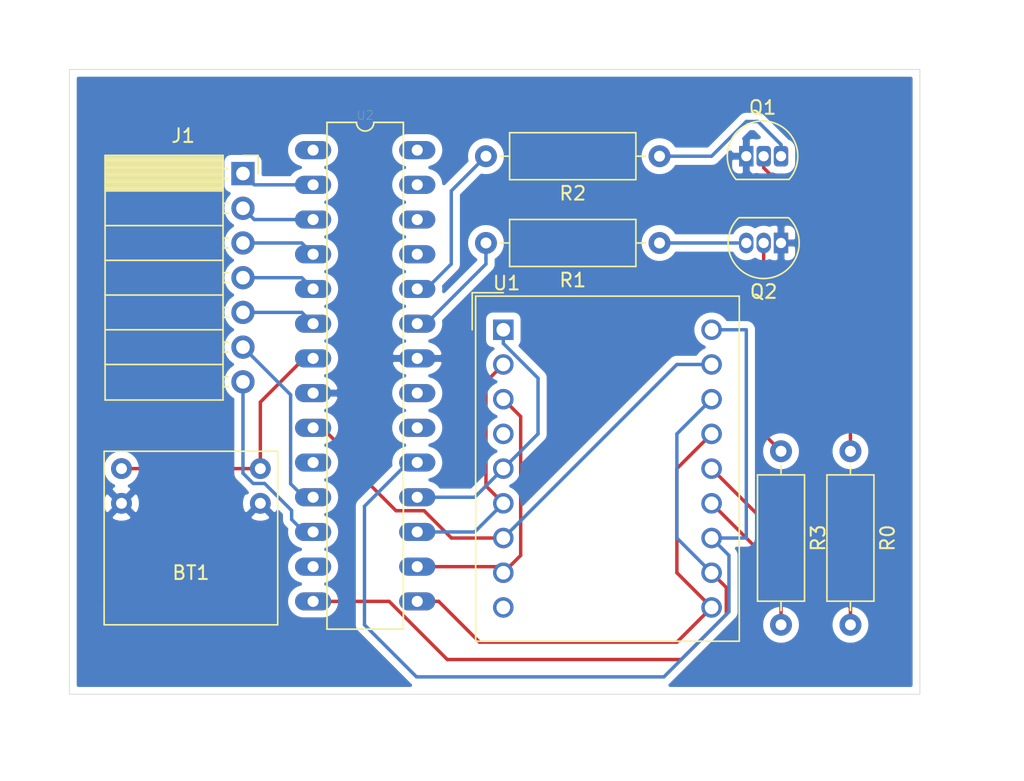
<source format=kicad_pcb>
(kicad_pcb (version 20171130) (host pcbnew "(5.1.2-1)-1")

  (general
    (thickness 1.6)
    (drawings 5)
    (tracks 110)
    (zones 0)
    (modules 10)
    (nets 36)
  )

  (page A4)
  (layers
    (0 F.Cu signal)
    (31 B.Cu signal)
    (32 B.Adhes user)
    (33 F.Adhes user)
    (34 B.Paste user)
    (35 F.Paste user)
    (36 B.SilkS user)
    (37 F.SilkS user)
    (38 B.Mask user)
    (39 F.Mask user)
    (40 Dwgs.User user)
    (41 Cmts.User user)
    (42 Eco1.User user)
    (43 Eco2.User user)
    (44 Edge.Cuts user)
    (45 Margin user)
    (46 B.CrtYd user)
    (47 F.CrtYd user)
    (48 B.Fab user)
    (49 F.Fab user)
  )

  (setup
    (last_trace_width 0.25)
    (trace_clearance 0.2)
    (zone_clearance 0.508)
    (zone_45_only no)
    (trace_min 0.2)
    (via_size 0.8)
    (via_drill 0.4)
    (via_min_size 0.4)
    (via_min_drill 0.3)
    (uvia_size 0.3)
    (uvia_drill 0.1)
    (uvias_allowed no)
    (uvia_min_size 0.2)
    (uvia_min_drill 0.1)
    (edge_width 0.05)
    (segment_width 0.2)
    (pcb_text_width 0.3)
    (pcb_text_size 1.5 1.5)
    (mod_edge_width 0.12)
    (mod_text_size 1 1)
    (mod_text_width 0.15)
    (pad_size 1.524 1.524)
    (pad_drill 0.762)
    (pad_to_mask_clearance 0.051)
    (solder_mask_min_width 0.25)
    (aux_axis_origin 0 0)
    (visible_elements FFFFFF7F)
    (pcbplotparams
      (layerselection 0x010fc_ffffffff)
      (usegerberextensions true)
      (usegerberattributes false)
      (usegerberadvancedattributes false)
      (creategerberjobfile false)
      (excludeedgelayer true)
      (linewidth 0.100000)
      (plotframeref false)
      (viasonmask false)
      (mode 1)
      (useauxorigin false)
      (hpglpennumber 1)
      (hpglpenspeed 20)
      (hpglpendiameter 15.000000)
      (psnegative false)
      (psa4output false)
      (plotreference true)
      (plotvalue true)
      (plotinvisibletext false)
      (padsonsilk false)
      (subtractmaskfromsilk false)
      (outputformat 1)
      (mirror false)
      (drillshape 0)
      (scaleselection 1)
      (outputdirectory "output/"))
  )

  (net 0 "")
  (net 1 "Net-(BT1-Pad1)")
  (net 2 "Net-(BT1-Pad2)")
  (net 3 "Net-(J1-Pad1)")
  (net 4 "Net-(J1-Pad2)")
  (net 5 "Net-(J1-Pad3)")
  (net 6 "Net-(J1-Pad4)")
  (net 7 "Net-(J1-Pad5)")
  (net 8 "Net-(J1-Pad6)")
  (net 9 "Net-(J1-Pad7)")
  (net 10 "Net-(Q1-Pad2)")
  (net 11 "Net-(Q1-Pad3)")
  (net 12 "Net-(Q2-Pad2)")
  (net 13 "Net-(Q2-Pad3)")
  (net 14 "Net-(R0-Pad2)")
  (net 15 "Net-(R1-Pad2)")
  (net 16 "Net-(R2-Pad2)")
  (net 17 "Net-(R3-Pad2)")
  (net 18 "Net-(U1-Pad1)")
  (net 19 "Net-(U1-Pad2)")
  (net 20 "Net-(U1-Pad3)")
  (net 21 "Net-(U1-Pad4)")
  (net 22 "Net-(U1-Pad17)")
  (net 23 "Net-(U1-Pad9)")
  (net 24 "Net-(U1-Pad10)")
  (net 25 "Net-(U1-Pad11)")
  (net 26 "Net-(U1-Pad12)")
  (net 27 "Net-(U2-Pad1)")
  (net 28 "Net-(U2-Pad10)")
  (net 29 "Net-(U2-Pad13)")
  (net 30 "Net-(U2-Pad20)")
  (net 31 "Net-(U2-Pad21)")
  (net 32 "Net-(U2-Pad25)")
  (net 33 "Net-(U2-Pad26)")
  (net 34 "Net-(U2-Pad27)")
  (net 35 "Net-(U2-Pad28)")

  (net_class Default "これはデフォルトのネット クラスです。"
    (clearance 0.2)
    (trace_width 0.25)
    (via_dia 0.8)
    (via_drill 0.4)
    (uvia_dia 0.3)
    (uvia_drill 0.1)
    (add_net "Net-(BT1-Pad1)")
    (add_net "Net-(BT1-Pad2)")
    (add_net "Net-(J1-Pad1)")
    (add_net "Net-(J1-Pad2)")
    (add_net "Net-(J1-Pad3)")
    (add_net "Net-(J1-Pad4)")
    (add_net "Net-(J1-Pad5)")
    (add_net "Net-(J1-Pad6)")
    (add_net "Net-(J1-Pad7)")
    (add_net "Net-(Q1-Pad2)")
    (add_net "Net-(Q1-Pad3)")
    (add_net "Net-(Q2-Pad2)")
    (add_net "Net-(Q2-Pad3)")
    (add_net "Net-(R0-Pad2)")
    (add_net "Net-(R1-Pad2)")
    (add_net "Net-(R2-Pad2)")
    (add_net "Net-(R3-Pad2)")
    (add_net "Net-(U1-Pad1)")
    (add_net "Net-(U1-Pad10)")
    (add_net "Net-(U1-Pad11)")
    (add_net "Net-(U1-Pad12)")
    (add_net "Net-(U1-Pad17)")
    (add_net "Net-(U1-Pad2)")
    (add_net "Net-(U1-Pad3)")
    (add_net "Net-(U1-Pad4)")
    (add_net "Net-(U1-Pad9)")
    (add_net "Net-(U2-Pad1)")
    (add_net "Net-(U2-Pad10)")
    (add_net "Net-(U2-Pad13)")
    (add_net "Net-(U2-Pad20)")
    (add_net "Net-(U2-Pad21)")
    (add_net "Net-(U2-Pad25)")
    (add_net "Net-(U2-Pad26)")
    (add_net "Net-(U2-Pad27)")
    (add_net "Net-(U2-Pad28)")
  )

  (module my_library:v_dip (layer F.Cu) (tedit 5EF6B39B) (tstamp 5EF6C872)
    (at 110.49 72.39)
    (path /5EF7BACF)
    (fp_text reference BT1 (at 5.08 7.62) (layer F.SilkS)
      (effects (font (size 1 1) (thickness 0.15)))
    )
    (fp_text value Battery_Cell (at 5.08 10.16) (layer F.Fab)
      (effects (font (size 1 1) (thickness 0.15)))
    )
    (fp_line (start -1.27 -1.27) (end -1.27 10.16) (layer F.SilkS) (width 0.12))
    (fp_line (start -1.27 10.16) (end -1.27 11.43) (layer F.SilkS) (width 0.12))
    (fp_line (start -1.27 11.43) (end 11.43 11.43) (layer F.SilkS) (width 0.12))
    (fp_line (start 11.43 11.43) (end 11.43 -1.27) (layer F.SilkS) (width 0.12))
    (fp_line (start 11.43 -1.27) (end -1.27 -1.27) (layer F.SilkS) (width 0.12))
    (pad 1 thru_hole circle (at 0 0) (size 1.524 1.524) (drill 0.8) (layers *.Cu *.Mask)
      (net 1 "Net-(BT1-Pad1)"))
    (pad 2 thru_hole circle (at 0 2.54) (size 1.524 1.524) (drill 0.8) (layers *.Cu *.Mask)
      (net 2 "Net-(BT1-Pad2)"))
    (pad 1 thru_hole circle (at 10.16 0) (size 1.524 1.524) (drill 0.8) (layers *.Cu *.Mask)
      (net 1 "Net-(BT1-Pad1)"))
    (pad 2 thru_hole circle (at 10.16 2.54) (size 1.524 1.524) (drill 0.8) (layers *.Cu *.Mask)
      (net 2 "Net-(BT1-Pad2)"))
  )

  (module Connector_PinSocket_2.54mm:PinSocket_1x07_P2.54mm_Horizontal (layer F.Cu) (tedit 5A19A42A) (tstamp 5EF6C8CB)
    (at 119.38 50.8)
    (descr "Through hole angled socket strip, 1x07, 2.54mm pitch, 8.51mm socket length, single row (from Kicad 4.0.7), script generated")
    (tags "Through hole angled socket strip THT 1x07 2.54mm single row")
    (path /5EFA8F38)
    (fp_text reference J1 (at -4.38 -2.77) (layer F.SilkS)
      (effects (font (size 1 1) (thickness 0.15)))
    )
    (fp_text value Conn_01x07 (at -4.38 18.01) (layer F.Fab)
      (effects (font (size 1 1) (thickness 0.15)))
    )
    (fp_line (start -10.03 -1.27) (end -2.49 -1.27) (layer F.Fab) (width 0.1))
    (fp_line (start -2.49 -1.27) (end -1.52 -0.3) (layer F.Fab) (width 0.1))
    (fp_line (start -1.52 -0.3) (end -1.52 16.51) (layer F.Fab) (width 0.1))
    (fp_line (start -1.52 16.51) (end -10.03 16.51) (layer F.Fab) (width 0.1))
    (fp_line (start -10.03 16.51) (end -10.03 -1.27) (layer F.Fab) (width 0.1))
    (fp_line (start 0 -0.3) (end -1.52 -0.3) (layer F.Fab) (width 0.1))
    (fp_line (start -1.52 0.3) (end 0 0.3) (layer F.Fab) (width 0.1))
    (fp_line (start 0 0.3) (end 0 -0.3) (layer F.Fab) (width 0.1))
    (fp_line (start 0 2.24) (end -1.52 2.24) (layer F.Fab) (width 0.1))
    (fp_line (start -1.52 2.84) (end 0 2.84) (layer F.Fab) (width 0.1))
    (fp_line (start 0 2.84) (end 0 2.24) (layer F.Fab) (width 0.1))
    (fp_line (start 0 4.78) (end -1.52 4.78) (layer F.Fab) (width 0.1))
    (fp_line (start -1.52 5.38) (end 0 5.38) (layer F.Fab) (width 0.1))
    (fp_line (start 0 5.38) (end 0 4.78) (layer F.Fab) (width 0.1))
    (fp_line (start 0 7.32) (end -1.52 7.32) (layer F.Fab) (width 0.1))
    (fp_line (start -1.52 7.92) (end 0 7.92) (layer F.Fab) (width 0.1))
    (fp_line (start 0 7.92) (end 0 7.32) (layer F.Fab) (width 0.1))
    (fp_line (start 0 9.86) (end -1.52 9.86) (layer F.Fab) (width 0.1))
    (fp_line (start -1.52 10.46) (end 0 10.46) (layer F.Fab) (width 0.1))
    (fp_line (start 0 10.46) (end 0 9.86) (layer F.Fab) (width 0.1))
    (fp_line (start 0 12.4) (end -1.52 12.4) (layer F.Fab) (width 0.1))
    (fp_line (start -1.52 13) (end 0 13) (layer F.Fab) (width 0.1))
    (fp_line (start 0 13) (end 0 12.4) (layer F.Fab) (width 0.1))
    (fp_line (start 0 14.94) (end -1.52 14.94) (layer F.Fab) (width 0.1))
    (fp_line (start -1.52 15.54) (end 0 15.54) (layer F.Fab) (width 0.1))
    (fp_line (start 0 15.54) (end 0 14.94) (layer F.Fab) (width 0.1))
    (fp_line (start -10.09 -1.21) (end -1.46 -1.21) (layer F.SilkS) (width 0.12))
    (fp_line (start -10.09 -1.091905) (end -1.46 -1.091905) (layer F.SilkS) (width 0.12))
    (fp_line (start -10.09 -0.97381) (end -1.46 -0.97381) (layer F.SilkS) (width 0.12))
    (fp_line (start -10.09 -0.855715) (end -1.46 -0.855715) (layer F.SilkS) (width 0.12))
    (fp_line (start -10.09 -0.73762) (end -1.46 -0.73762) (layer F.SilkS) (width 0.12))
    (fp_line (start -10.09 -0.619525) (end -1.46 -0.619525) (layer F.SilkS) (width 0.12))
    (fp_line (start -10.09 -0.50143) (end -1.46 -0.50143) (layer F.SilkS) (width 0.12))
    (fp_line (start -10.09 -0.383335) (end -1.46 -0.383335) (layer F.SilkS) (width 0.12))
    (fp_line (start -10.09 -0.26524) (end -1.46 -0.26524) (layer F.SilkS) (width 0.12))
    (fp_line (start -10.09 -0.147145) (end -1.46 -0.147145) (layer F.SilkS) (width 0.12))
    (fp_line (start -10.09 -0.02905) (end -1.46 -0.02905) (layer F.SilkS) (width 0.12))
    (fp_line (start -10.09 0.089045) (end -1.46 0.089045) (layer F.SilkS) (width 0.12))
    (fp_line (start -10.09 0.20714) (end -1.46 0.20714) (layer F.SilkS) (width 0.12))
    (fp_line (start -10.09 0.325235) (end -1.46 0.325235) (layer F.SilkS) (width 0.12))
    (fp_line (start -10.09 0.44333) (end -1.46 0.44333) (layer F.SilkS) (width 0.12))
    (fp_line (start -10.09 0.561425) (end -1.46 0.561425) (layer F.SilkS) (width 0.12))
    (fp_line (start -10.09 0.67952) (end -1.46 0.67952) (layer F.SilkS) (width 0.12))
    (fp_line (start -10.09 0.797615) (end -1.46 0.797615) (layer F.SilkS) (width 0.12))
    (fp_line (start -10.09 0.91571) (end -1.46 0.91571) (layer F.SilkS) (width 0.12))
    (fp_line (start -10.09 1.033805) (end -1.46 1.033805) (layer F.SilkS) (width 0.12))
    (fp_line (start -10.09 1.1519) (end -1.46 1.1519) (layer F.SilkS) (width 0.12))
    (fp_line (start -1.46 -0.36) (end -1.11 -0.36) (layer F.SilkS) (width 0.12))
    (fp_line (start -1.46 0.36) (end -1.11 0.36) (layer F.SilkS) (width 0.12))
    (fp_line (start -1.46 2.18) (end -1.05 2.18) (layer F.SilkS) (width 0.12))
    (fp_line (start -1.46 2.9) (end -1.05 2.9) (layer F.SilkS) (width 0.12))
    (fp_line (start -1.46 4.72) (end -1.05 4.72) (layer F.SilkS) (width 0.12))
    (fp_line (start -1.46 5.44) (end -1.05 5.44) (layer F.SilkS) (width 0.12))
    (fp_line (start -1.46 7.26) (end -1.05 7.26) (layer F.SilkS) (width 0.12))
    (fp_line (start -1.46 7.98) (end -1.05 7.98) (layer F.SilkS) (width 0.12))
    (fp_line (start -1.46 9.8) (end -1.05 9.8) (layer F.SilkS) (width 0.12))
    (fp_line (start -1.46 10.52) (end -1.05 10.52) (layer F.SilkS) (width 0.12))
    (fp_line (start -1.46 12.34) (end -1.05 12.34) (layer F.SilkS) (width 0.12))
    (fp_line (start -1.46 13.06) (end -1.05 13.06) (layer F.SilkS) (width 0.12))
    (fp_line (start -1.46 14.88) (end -1.05 14.88) (layer F.SilkS) (width 0.12))
    (fp_line (start -1.46 15.6) (end -1.05 15.6) (layer F.SilkS) (width 0.12))
    (fp_line (start -10.09 1.27) (end -1.46 1.27) (layer F.SilkS) (width 0.12))
    (fp_line (start -10.09 3.81) (end -1.46 3.81) (layer F.SilkS) (width 0.12))
    (fp_line (start -10.09 6.35) (end -1.46 6.35) (layer F.SilkS) (width 0.12))
    (fp_line (start -10.09 8.89) (end -1.46 8.89) (layer F.SilkS) (width 0.12))
    (fp_line (start -10.09 11.43) (end -1.46 11.43) (layer F.SilkS) (width 0.12))
    (fp_line (start -10.09 13.97) (end -1.46 13.97) (layer F.SilkS) (width 0.12))
    (fp_line (start -10.09 -1.33) (end -1.46 -1.33) (layer F.SilkS) (width 0.12))
    (fp_line (start -1.46 -1.33) (end -1.46 16.57) (layer F.SilkS) (width 0.12))
    (fp_line (start -10.09 16.57) (end -1.46 16.57) (layer F.SilkS) (width 0.12))
    (fp_line (start -10.09 -1.33) (end -10.09 16.57) (layer F.SilkS) (width 0.12))
    (fp_line (start 1.11 -1.33) (end 1.11 0) (layer F.SilkS) (width 0.12))
    (fp_line (start 0 -1.33) (end 1.11 -1.33) (layer F.SilkS) (width 0.12))
    (fp_line (start 1.75 -1.75) (end -10.55 -1.75) (layer F.CrtYd) (width 0.05))
    (fp_line (start -10.55 -1.75) (end -10.55 17.05) (layer F.CrtYd) (width 0.05))
    (fp_line (start -10.55 17.05) (end 1.75 17.05) (layer F.CrtYd) (width 0.05))
    (fp_line (start 1.75 17.05) (end 1.75 -1.75) (layer F.CrtYd) (width 0.05))
    (fp_text user %R (at -5.775 7.62 90) (layer F.Fab)
      (effects (font (size 1 1) (thickness 0.15)))
    )
    (pad 1 thru_hole rect (at 0 0) (size 1.7 1.7) (drill 1) (layers *.Cu *.Mask)
      (net 3 "Net-(J1-Pad1)"))
    (pad 2 thru_hole oval (at 0 2.54) (size 1.7 1.7) (drill 1) (layers *.Cu *.Mask)
      (net 4 "Net-(J1-Pad2)"))
    (pad 3 thru_hole oval (at 0 5.08) (size 1.7 1.7) (drill 1) (layers *.Cu *.Mask)
      (net 5 "Net-(J1-Pad3)"))
    (pad 4 thru_hole oval (at 0 7.62) (size 1.7 1.7) (drill 1) (layers *.Cu *.Mask)
      (net 6 "Net-(J1-Pad4)"))
    (pad 5 thru_hole oval (at 0 10.16) (size 1.7 1.7) (drill 1) (layers *.Cu *.Mask)
      (net 7 "Net-(J1-Pad5)"))
    (pad 6 thru_hole oval (at 0 12.7) (size 1.7 1.7) (drill 1) (layers *.Cu *.Mask)
      (net 8 "Net-(J1-Pad6)"))
    (pad 7 thru_hole oval (at 0 15.24) (size 1.7 1.7) (drill 1) (layers *.Cu *.Mask)
      (net 9 "Net-(J1-Pad7)"))
    (model ${KISYS3DMOD}/Connector_PinSocket_2.54mm.3dshapes/PinSocket_1x07_P2.54mm_Horizontal.wrl
      (at (xyz 0 0 0))
      (scale (xyz 1 1 1))
      (rotate (xyz 0 0 0))
    )
  )

  (module Package_TO_SOT_THT:TO-92L_Inline (layer F.Cu) (tedit 5A279A44) (tstamp 5EF6D124)
    (at 156.21 49.53)
    (descr "TO-92L leads in-line (large body variant of TO-92), also known as TO-226, wide, drill 0.75mm (see https://www.diodes.com/assets/Package-Files/TO92L.pdf and http://www.ti.com/lit/an/snoa059/snoa059.pdf)")
    (tags "TO-92L Inline Wide transistor")
    (path /5EF955C5)
    (fp_text reference Q1 (at 1.19 -3.56) (layer F.SilkS)
      (effects (font (size 1 1) (thickness 0.15)))
    )
    (fp_text value Q_NPN_ECB (at 1.19 2.79) (layer F.Fab)
      (effects (font (size 1 1) (thickness 0.15)))
    )
    (fp_text user %R (at 1.19 -3.56) (layer F.Fab)
      (effects (font (size 1 1) (thickness 0.15)))
    )
    (fp_line (start -0.75 1.7) (end 3.1 1.7) (layer F.SilkS) (width 0.12))
    (fp_line (start -0.7 1.6) (end 3.05 1.6) (layer F.Fab) (width 0.1))
    (fp_line (start -1.55 -2.75) (end 3.95 -2.75) (layer F.CrtYd) (width 0.05))
    (fp_line (start -1.55 -2.75) (end -1.55 1.85) (layer F.CrtYd) (width 0.05))
    (fp_line (start 3.95 1.85) (end 3.95 -2.75) (layer F.CrtYd) (width 0.05))
    (fp_line (start 3.95 1.85) (end -1.55 1.85) (layer F.CrtYd) (width 0.05))
    (fp_arc (start 1.19 0) (end -0.75 1.7) (angle 262.164354) (layer F.SilkS) (width 0.12))
    (fp_arc (start 1.19 0) (end 1.19 -2.48) (angle 129.9527847) (layer F.Fab) (width 0.1))
    (fp_arc (start 1.19 0) (end 1.19 -2.48) (angle -130.2499344) (layer F.Fab) (width 0.1))
    (pad 2 thru_hole roundrect (at 1.27 0) (size 1.05 1.5) (drill 0.75) (layers *.Cu *.Mask) (roundrect_rratio 0.25)
      (net 10 "Net-(Q1-Pad2)"))
    (pad 3 thru_hole roundrect (at 2.54 0) (size 1.05 1.5) (drill 0.75) (layers *.Cu *.Mask) (roundrect_rratio 0.25)
      (net 11 "Net-(Q1-Pad3)"))
    (pad 1 thru_hole rect (at 0 0) (size 1.05 1.5) (drill 0.75) (layers *.Cu *.Mask)
      (net 2 "Net-(BT1-Pad2)"))
    (model ${KISYS3DMOD}/Package_TO_SOT_THT.3dshapes/TO-92L_Inline.wrl
      (at (xyz 0 0 0))
      (scale (xyz 1 1 1))
      (rotate (xyz 0 0 0))
    )
  )

  (module Package_TO_SOT_THT:TO-92_Inline (layer F.Cu) (tedit 5A1DD157) (tstamp 5EF6C8EE)
    (at 158.75 55.88 180)
    (descr "TO-92 leads in-line, narrow, oval pads, drill 0.75mm (see NXP sot054_po.pdf)")
    (tags "to-92 sc-43 sc-43a sot54 PA33 transistor")
    (path /5EF97C72)
    (fp_text reference Q2 (at 1.27 -3.56) (layer F.SilkS)
      (effects (font (size 1 1) (thickness 0.15)))
    )
    (fp_text value Q_NPN_ECB (at 1.27 2.79) (layer F.Fab)
      (effects (font (size 1 1) (thickness 0.15)))
    )
    (fp_arc (start 1.27 0) (end 1.27 -2.6) (angle 135) (layer F.SilkS) (width 0.12))
    (fp_arc (start 1.27 0) (end 1.27 -2.48) (angle -135) (layer F.Fab) (width 0.1))
    (fp_arc (start 1.27 0) (end 1.27 -2.6) (angle -135) (layer F.SilkS) (width 0.12))
    (fp_arc (start 1.27 0) (end 1.27 -2.48) (angle 135) (layer F.Fab) (width 0.1))
    (fp_line (start 4 2.01) (end -1.46 2.01) (layer F.CrtYd) (width 0.05))
    (fp_line (start 4 2.01) (end 4 -2.73) (layer F.CrtYd) (width 0.05))
    (fp_line (start -1.46 -2.73) (end -1.46 2.01) (layer F.CrtYd) (width 0.05))
    (fp_line (start -1.46 -2.73) (end 4 -2.73) (layer F.CrtYd) (width 0.05))
    (fp_line (start -0.5 1.75) (end 3 1.75) (layer F.Fab) (width 0.1))
    (fp_line (start -0.53 1.85) (end 3.07 1.85) (layer F.SilkS) (width 0.12))
    (fp_text user %R (at 1.27 -3.56) (layer F.Fab)
      (effects (font (size 1 1) (thickness 0.15)))
    )
    (pad 1 thru_hole rect (at 0 0 180) (size 1.05 1.5) (drill 0.75) (layers *.Cu *.Mask)
      (net 2 "Net-(BT1-Pad2)"))
    (pad 3 thru_hole oval (at 2.54 0 180) (size 1.05 1.5) (drill 0.75) (layers *.Cu *.Mask)
      (net 13 "Net-(Q2-Pad3)"))
    (pad 2 thru_hole oval (at 1.27 0 180) (size 1.05 1.5) (drill 0.75) (layers *.Cu *.Mask)
      (net 12 "Net-(Q2-Pad2)"))
    (model ${KISYS3DMOD}/Package_TO_SOT_THT.3dshapes/TO-92_Inline.wrl
      (at (xyz 0 0 0))
      (scale (xyz 1 1 1))
      (rotate (xyz 0 0 0))
    )
  )

  (module Resistor_THT:R_Axial_DIN0309_L9.0mm_D3.2mm_P12.70mm_Horizontal (layer F.Cu) (tedit 5AE5139B) (tstamp 5EF6C905)
    (at 163.83 71.12 270)
    (descr "Resistor, Axial_DIN0309 series, Axial, Horizontal, pin pitch=12.7mm, 0.5W = 1/2W, length*diameter=9*3.2mm^2, http://cdn-reichelt.de/documents/datenblatt/B400/1_4W%23YAG.pdf")
    (tags "Resistor Axial_DIN0309 series Axial Horizontal pin pitch 12.7mm 0.5W = 1/2W length 9mm diameter 3.2mm")
    (path /5F00FC51)
    (fp_text reference R0 (at 6.35 -2.72 90) (layer F.SilkS)
      (effects (font (size 1 1) (thickness 0.15)))
    )
    (fp_text value 100 (at 6.35 2.72 90) (layer F.Fab)
      (effects (font (size 1 1) (thickness 0.15)))
    )
    (fp_line (start 1.85 -1.6) (end 1.85 1.6) (layer F.Fab) (width 0.1))
    (fp_line (start 1.85 1.6) (end 10.85 1.6) (layer F.Fab) (width 0.1))
    (fp_line (start 10.85 1.6) (end 10.85 -1.6) (layer F.Fab) (width 0.1))
    (fp_line (start 10.85 -1.6) (end 1.85 -1.6) (layer F.Fab) (width 0.1))
    (fp_line (start 0 0) (end 1.85 0) (layer F.Fab) (width 0.1))
    (fp_line (start 12.7 0) (end 10.85 0) (layer F.Fab) (width 0.1))
    (fp_line (start 1.73 -1.72) (end 1.73 1.72) (layer F.SilkS) (width 0.12))
    (fp_line (start 1.73 1.72) (end 10.97 1.72) (layer F.SilkS) (width 0.12))
    (fp_line (start 10.97 1.72) (end 10.97 -1.72) (layer F.SilkS) (width 0.12))
    (fp_line (start 10.97 -1.72) (end 1.73 -1.72) (layer F.SilkS) (width 0.12))
    (fp_line (start 1.04 0) (end 1.73 0) (layer F.SilkS) (width 0.12))
    (fp_line (start 11.66 0) (end 10.97 0) (layer F.SilkS) (width 0.12))
    (fp_line (start -1.05 -1.85) (end -1.05 1.85) (layer F.CrtYd) (width 0.05))
    (fp_line (start -1.05 1.85) (end 13.75 1.85) (layer F.CrtYd) (width 0.05))
    (fp_line (start 13.75 1.85) (end 13.75 -1.85) (layer F.CrtYd) (width 0.05))
    (fp_line (start 13.75 -1.85) (end -1.05 -1.85) (layer F.CrtYd) (width 0.05))
    (fp_text user %R (at 6.35 0 90) (layer F.Fab)
      (effects (font (size 1 1) (thickness 0.15)))
    )
    (pad 1 thru_hole circle (at 0 0 270) (size 1.6 1.6) (drill 0.8) (layers *.Cu *.Mask)
      (net 10 "Net-(Q1-Pad2)"))
    (pad 2 thru_hole oval (at 12.7 0 270) (size 1.6 1.6) (drill 0.8) (layers *.Cu *.Mask)
      (net 14 "Net-(R0-Pad2)"))
    (model ${KISYS3DMOD}/Resistor_THT.3dshapes/R_Axial_DIN0309_L9.0mm_D3.2mm_P12.70mm_Horizontal.wrl
      (at (xyz 0 0 0))
      (scale (xyz 1 1 1))
      (rotate (xyz 0 0 0))
    )
  )

  (module Resistor_THT:R_Axial_DIN0309_L9.0mm_D3.2mm_P12.70mm_Horizontal (layer F.Cu) (tedit 5AE5139B) (tstamp 5EF6C91C)
    (at 149.86 55.88 180)
    (descr "Resistor, Axial_DIN0309 series, Axial, Horizontal, pin pitch=12.7mm, 0.5W = 1/2W, length*diameter=9*3.2mm^2, http://cdn-reichelt.de/documents/datenblatt/B400/1_4W%23YAG.pdf")
    (tags "Resistor Axial_DIN0309 series Axial Horizontal pin pitch 12.7mm 0.5W = 1/2W length 9mm diameter 3.2mm")
    (path /5EFA09ED)
    (fp_text reference R1 (at 6.35 -2.72) (layer F.SilkS)
      (effects (font (size 1 1) (thickness 0.15)))
    )
    (fp_text value 1000 (at 6.35 2.72) (layer F.Fab)
      (effects (font (size 1 1) (thickness 0.15)))
    )
    (fp_text user %R (at 6.35 0) (layer F.Fab)
      (effects (font (size 1 1) (thickness 0.15)))
    )
    (fp_line (start 13.75 -1.85) (end -1.05 -1.85) (layer F.CrtYd) (width 0.05))
    (fp_line (start 13.75 1.85) (end 13.75 -1.85) (layer F.CrtYd) (width 0.05))
    (fp_line (start -1.05 1.85) (end 13.75 1.85) (layer F.CrtYd) (width 0.05))
    (fp_line (start -1.05 -1.85) (end -1.05 1.85) (layer F.CrtYd) (width 0.05))
    (fp_line (start 11.66 0) (end 10.97 0) (layer F.SilkS) (width 0.12))
    (fp_line (start 1.04 0) (end 1.73 0) (layer F.SilkS) (width 0.12))
    (fp_line (start 10.97 -1.72) (end 1.73 -1.72) (layer F.SilkS) (width 0.12))
    (fp_line (start 10.97 1.72) (end 10.97 -1.72) (layer F.SilkS) (width 0.12))
    (fp_line (start 1.73 1.72) (end 10.97 1.72) (layer F.SilkS) (width 0.12))
    (fp_line (start 1.73 -1.72) (end 1.73 1.72) (layer F.SilkS) (width 0.12))
    (fp_line (start 12.7 0) (end 10.85 0) (layer F.Fab) (width 0.1))
    (fp_line (start 0 0) (end 1.85 0) (layer F.Fab) (width 0.1))
    (fp_line (start 10.85 -1.6) (end 1.85 -1.6) (layer F.Fab) (width 0.1))
    (fp_line (start 10.85 1.6) (end 10.85 -1.6) (layer F.Fab) (width 0.1))
    (fp_line (start 1.85 1.6) (end 10.85 1.6) (layer F.Fab) (width 0.1))
    (fp_line (start 1.85 -1.6) (end 1.85 1.6) (layer F.Fab) (width 0.1))
    (pad 2 thru_hole oval (at 12.7 0 180) (size 1.6 1.6) (drill 0.8) (layers *.Cu *.Mask)
      (net 15 "Net-(R1-Pad2)"))
    (pad 1 thru_hole circle (at 0 0 180) (size 1.6 1.6) (drill 0.8) (layers *.Cu *.Mask)
      (net 13 "Net-(Q2-Pad3)"))
    (model ${KISYS3DMOD}/Resistor_THT.3dshapes/R_Axial_DIN0309_L9.0mm_D3.2mm_P12.70mm_Horizontal.wrl
      (at (xyz 0 0 0))
      (scale (xyz 1 1 1))
      (rotate (xyz 0 0 0))
    )
  )

  (module Resistor_THT:R_Axial_DIN0309_L9.0mm_D3.2mm_P12.70mm_Horizontal (layer F.Cu) (tedit 5AE5139B) (tstamp 5EF6C933)
    (at 149.86 49.53 180)
    (descr "Resistor, Axial_DIN0309 series, Axial, Horizontal, pin pitch=12.7mm, 0.5W = 1/2W, length*diameter=9*3.2mm^2, http://cdn-reichelt.de/documents/datenblatt/B400/1_4W%23YAG.pdf")
    (tags "Resistor Axial_DIN0309 series Axial Horizontal pin pitch 12.7mm 0.5W = 1/2W length 9mm diameter 3.2mm")
    (path /5EF9F2E1)
    (fp_text reference R2 (at 6.35 -2.72) (layer F.SilkS)
      (effects (font (size 1 1) (thickness 0.15)))
    )
    (fp_text value 1000 (at 6.35 2.72) (layer F.Fab)
      (effects (font (size 1 1) (thickness 0.15)))
    )
    (fp_line (start 1.85 -1.6) (end 1.85 1.6) (layer F.Fab) (width 0.1))
    (fp_line (start 1.85 1.6) (end 10.85 1.6) (layer F.Fab) (width 0.1))
    (fp_line (start 10.85 1.6) (end 10.85 -1.6) (layer F.Fab) (width 0.1))
    (fp_line (start 10.85 -1.6) (end 1.85 -1.6) (layer F.Fab) (width 0.1))
    (fp_line (start 0 0) (end 1.85 0) (layer F.Fab) (width 0.1))
    (fp_line (start 12.7 0) (end 10.85 0) (layer F.Fab) (width 0.1))
    (fp_line (start 1.73 -1.72) (end 1.73 1.72) (layer F.SilkS) (width 0.12))
    (fp_line (start 1.73 1.72) (end 10.97 1.72) (layer F.SilkS) (width 0.12))
    (fp_line (start 10.97 1.72) (end 10.97 -1.72) (layer F.SilkS) (width 0.12))
    (fp_line (start 10.97 -1.72) (end 1.73 -1.72) (layer F.SilkS) (width 0.12))
    (fp_line (start 1.04 0) (end 1.73 0) (layer F.SilkS) (width 0.12))
    (fp_line (start 11.66 0) (end 10.97 0) (layer F.SilkS) (width 0.12))
    (fp_line (start -1.05 -1.85) (end -1.05 1.85) (layer F.CrtYd) (width 0.05))
    (fp_line (start -1.05 1.85) (end 13.75 1.85) (layer F.CrtYd) (width 0.05))
    (fp_line (start 13.75 1.85) (end 13.75 -1.85) (layer F.CrtYd) (width 0.05))
    (fp_line (start 13.75 -1.85) (end -1.05 -1.85) (layer F.CrtYd) (width 0.05))
    (fp_text user %R (at 6.35 0) (layer F.Fab)
      (effects (font (size 1 1) (thickness 0.15)))
    )
    (pad 1 thru_hole circle (at 0 0 180) (size 1.6 1.6) (drill 0.8) (layers *.Cu *.Mask)
      (net 11 "Net-(Q1-Pad3)"))
    (pad 2 thru_hole oval (at 12.7 0 180) (size 1.6 1.6) (drill 0.8) (layers *.Cu *.Mask)
      (net 16 "Net-(R2-Pad2)"))
    (model ${KISYS3DMOD}/Resistor_THT.3dshapes/R_Axial_DIN0309_L9.0mm_D3.2mm_P12.70mm_Horizontal.wrl
      (at (xyz 0 0 0))
      (scale (xyz 1 1 1))
      (rotate (xyz 0 0 0))
    )
  )

  (module Resistor_THT:R_Axial_DIN0309_L9.0mm_D3.2mm_P12.70mm_Horizontal (layer F.Cu) (tedit 5AE5139B) (tstamp 5EF6C94A)
    (at 158.75 71.12 270)
    (descr "Resistor, Axial_DIN0309 series, Axial, Horizontal, pin pitch=12.7mm, 0.5W = 1/2W, length*diameter=9*3.2mm^2, http://cdn-reichelt.de/documents/datenblatt/B400/1_4W%23YAG.pdf")
    (tags "Resistor Axial_DIN0309 series Axial Horizontal pin pitch 12.7mm 0.5W = 1/2W length 9mm diameter 3.2mm")
    (path /5EF9E10D)
    (fp_text reference R3 (at 6.35 -2.72 90) (layer F.SilkS)
      (effects (font (size 1 1) (thickness 0.15)))
    )
    (fp_text value 100 (at 6.35 2.72 90) (layer F.Fab)
      (effects (font (size 1 1) (thickness 0.15)))
    )
    (fp_text user %R (at 6.35 0 90) (layer F.Fab)
      (effects (font (size 1 1) (thickness 0.15)))
    )
    (fp_line (start 13.75 -1.85) (end -1.05 -1.85) (layer F.CrtYd) (width 0.05))
    (fp_line (start 13.75 1.85) (end 13.75 -1.85) (layer F.CrtYd) (width 0.05))
    (fp_line (start -1.05 1.85) (end 13.75 1.85) (layer F.CrtYd) (width 0.05))
    (fp_line (start -1.05 -1.85) (end -1.05 1.85) (layer F.CrtYd) (width 0.05))
    (fp_line (start 11.66 0) (end 10.97 0) (layer F.SilkS) (width 0.12))
    (fp_line (start 1.04 0) (end 1.73 0) (layer F.SilkS) (width 0.12))
    (fp_line (start 10.97 -1.72) (end 1.73 -1.72) (layer F.SilkS) (width 0.12))
    (fp_line (start 10.97 1.72) (end 10.97 -1.72) (layer F.SilkS) (width 0.12))
    (fp_line (start 1.73 1.72) (end 10.97 1.72) (layer F.SilkS) (width 0.12))
    (fp_line (start 1.73 -1.72) (end 1.73 1.72) (layer F.SilkS) (width 0.12))
    (fp_line (start 12.7 0) (end 10.85 0) (layer F.Fab) (width 0.1))
    (fp_line (start 0 0) (end 1.85 0) (layer F.Fab) (width 0.1))
    (fp_line (start 10.85 -1.6) (end 1.85 -1.6) (layer F.Fab) (width 0.1))
    (fp_line (start 10.85 1.6) (end 10.85 -1.6) (layer F.Fab) (width 0.1))
    (fp_line (start 1.85 1.6) (end 10.85 1.6) (layer F.Fab) (width 0.1))
    (fp_line (start 1.85 -1.6) (end 1.85 1.6) (layer F.Fab) (width 0.1))
    (pad 2 thru_hole oval (at 12.7 0 270) (size 1.6 1.6) (drill 0.8) (layers *.Cu *.Mask)
      (net 17 "Net-(R3-Pad2)"))
    (pad 1 thru_hole circle (at 0 0 270) (size 1.6 1.6) (drill 0.8) (layers *.Cu *.Mask)
      (net 12 "Net-(Q2-Pad2)"))
    (model ${KISYS3DMOD}/Resistor_THT.3dshapes/R_Axial_DIN0309_L9.0mm_D3.2mm_P12.70mm_Horizontal.wrl
      (at (xyz 0 0 0))
      (scale (xyz 1 1 1))
      (rotate (xyz 0 0 0))
    )
  )

  (module Display_7Segment:DA56-11CGKWA (layer F.Cu) (tedit 5A02FE84) (tstamp 5EF6C970)
    (at 138.43 62.23)
    (descr "http://www.kingbright.com/attachments/file/psearch/000/00/00/DA56-11CGKWA(Ver.16A).pdf")
    (tags "Double digit seven segment green LED display")
    (path /5EF7668B)
    (fp_text reference U1 (at 0.24 -3.41) (layer F.SilkS)
      (effects (font (size 1 1) (thickness 0.15)))
    )
    (fp_text value DC56-11GWA (at 4.28 23.91) (layer F.Fab)
      (effects (font (size 1 1) (thickness 0.15)))
    )
    (fp_line (start -2.28 -2.71) (end 0 -2.71) (layer F.SilkS) (width 0.12))
    (fp_line (start -2.28 -2.71) (end -2.28 0) (layer F.SilkS) (width 0.12))
    (fp_line (start -2.16 -2.59) (end 17.39 -2.59) (layer F.CrtYd) (width 0.05))
    (fp_line (start 17.39 -2.59) (end 17.39 22.92) (layer F.CrtYd) (width 0.05))
    (fp_line (start 17.39 22.92) (end -2.16 22.92) (layer F.CrtYd) (width 0.05))
    (fp_line (start -2.16 22.92) (end -2.16 -2.59) (layer F.CrtYd) (width 0.05))
    (fp_line (start -1.905 -1.34) (end -0.905 -2.34) (layer F.Fab) (width 0.1))
    (fp_line (start -2.025 -2.46) (end 17.265 -2.46) (layer F.SilkS) (width 0.12))
    (fp_line (start 17.265 -2.46) (end 17.265 22.79) (layer F.SilkS) (width 0.12))
    (fp_line (start 17.265 22.79) (end -2.025 22.79) (layer F.SilkS) (width 0.12))
    (fp_line (start -2.025 22.79) (end -2.025 -2.46) (layer F.SilkS) (width 0.12))
    (fp_text user %R (at 8 10) (layer F.Fab)
      (effects (font (size 1 1) (thickness 0.15)))
    )
    (fp_line (start -0.905 -2.34) (end 17.145 -2.34) (layer F.Fab) (width 0.1))
    (fp_line (start 17.145 -2.34) (end 17.145 22.66) (layer F.Fab) (width 0.1))
    (fp_line (start 17.145 22.66) (end -1.905 22.66) (layer F.Fab) (width 0.1))
    (fp_line (start -1.905 22.66) (end -1.905 -1.34) (layer F.Fab) (width 0.1))
    (pad 1 thru_hole rect (at 0 0) (size 1.5 1.5) (drill 1) (layers *.Cu *.Mask)
      (net 18 "Net-(U1-Pad1)"))
    (pad 2 thru_hole circle (at 0 2.54) (size 1.5 1.5) (drill 1) (layers *.Cu *.Mask)
      (net 19 "Net-(U1-Pad2)"))
    (pad 3 thru_hole circle (at 0 5.08) (size 1.5 1.5) (drill 1) (layers *.Cu *.Mask)
      (net 20 "Net-(U1-Pad3)"))
    (pad 4 thru_hole circle (at 0 7.62) (size 1.5 1.5) (drill 1) (layers *.Cu *.Mask)
      (net 21 "Net-(U1-Pad4)"))
    (pad 5 thru_hole circle (at 0 10.16) (size 1.5 1.5) (drill 1) (layers *.Cu *.Mask)
      (net 18 "Net-(U1-Pad1)"))
    (pad 6 thru_hole circle (at 0 12.7) (size 1.5 1.5) (drill 1) (layers *.Cu *.Mask)
      (net 19 "Net-(U1-Pad2)"))
    (pad 7 thru_hole circle (at 0 15.24) (size 1.5 1.5) (drill 1) (layers *.Cu *.Mask)
      (net 22 "Net-(U1-Pad17)"))
    (pad 8 thru_hole circle (at 0 17.78) (size 1.5 1.5) (drill 1) (layers *.Cu *.Mask)
      (net 20 "Net-(U1-Pad3)"))
    (pad 9 thru_hole circle (at 0 20.32) (size 1.5 1.5) (drill 1) (layers *.Cu *.Mask)
      (net 23 "Net-(U1-Pad9)"))
    (pad 10 thru_hole circle (at 15.24 20.32) (size 1.5 1.5) (drill 1) (layers *.Cu *.Mask)
      (net 24 "Net-(U1-Pad10)"))
    (pad 11 thru_hole circle (at 15.24 17.78) (size 1.5 1.5) (drill 1) (layers *.Cu *.Mask)
      (net 25 "Net-(U1-Pad11)"))
    (pad 12 thru_hole circle (at 15.24 15.24) (size 1.5 1.5) (drill 1) (layers *.Cu *.Mask)
      (net 26 "Net-(U1-Pad12)"))
    (pad 13 thru_hole circle (at 15.24 12.7) (size 1.5 1.5) (drill 1) (layers *.Cu *.Mask)
      (net 17 "Net-(R3-Pad2)"))
    (pad 14 thru_hole circle (at 15.24 10.16) (size 1.5 1.5) (drill 1) (layers *.Cu *.Mask)
      (net 14 "Net-(R0-Pad2)"))
    (pad 15 thru_hole circle (at 15.24 7.62) (size 1.5 1.5) (drill 1) (layers *.Cu *.Mask)
      (net 24 "Net-(U1-Pad10)"))
    (pad 16 thru_hole circle (at 15.24 5.08) (size 1.5 1.5) (drill 1) (layers *.Cu *.Mask)
      (net 25 "Net-(U1-Pad11)"))
    (pad 17 thru_hole circle (at 15.24 2.54) (size 1.5 1.5) (drill 1) (layers *.Cu *.Mask)
      (net 22 "Net-(U1-Pad17)"))
    (pad 18 thru_hole circle (at 15.24 0) (size 1.5 1.5) (drill 1) (layers *.Cu *.Mask)
      (net 26 "Net-(U1-Pad12)"))
    (model ${KISYS3DMOD}/Display_7Segment.3dshapes/DA56-11CGKWA.wrl
      (at (xyz 0 0 0))
      (scale (xyz 1 1 1))
      (rotate (xyz 0 0 0))
    )
  )

  (module ATMEGA328-PU:DIL28 (layer F.Cu) (tedit 5EF610CB) (tstamp 5EF6C996)
    (at 128.3208 65.595501)
    (descr "<B>Dual In Line</B> 0.3 inch")
    (path /5EF53812)
    (fp_text reference U2 (at 0 -19.066) (layer F.SilkS)
      (effects (font (size 0.640539 0.640539) (thickness 0.015)))
    )
    (fp_text value ATmega328P-PU (at 0 0 180) (layer F.Fab)
      (effects (font (size 0.640739 0.640739) (thickness 0.015)))
    )
    (fp_line (start -0.635 -18.542) (end -2.794 -18.542) (layer F.SilkS) (width 0.127))
    (fp_arc (start 0 -18.542) (end -0.635 -18.542) (angle -180) (layer F.SilkS) (width 0.127))
    (fp_line (start -2.794 -18.542) (end -2.794 18.542) (layer F.SilkS) (width 0.127))
    (fp_line (start 2.794 -18.542) (end 0.635 -18.542) (layer F.SilkS) (width 0.127))
    (fp_line (start 2.794 -18.542) (end 2.794 18.542) (layer F.SilkS) (width 0.127))
    (fp_line (start 2.794 18.542) (end -2.794 18.542) (layer F.SilkS) (width 0.127))
    (pad 1 thru_hole oval (at -3.81 -16.51) (size 2.6416 1.3208) (drill 0.8128) (layers *.Cu *.Mask)
      (net 27 "Net-(U2-Pad1)"))
    (pad 2 thru_hole oval (at -3.81 -13.97) (size 2.6416 1.3208) (drill 0.8128) (layers *.Cu *.Mask)
      (net 3 "Net-(J1-Pad1)"))
    (pad 3 thru_hole oval (at -3.81 -11.43) (size 2.6416 1.3208) (drill 0.8128) (layers *.Cu *.Mask)
      (net 4 "Net-(J1-Pad2)"))
    (pad 4 thru_hole oval (at -3.81 -8.89) (size 2.6416 1.3208) (drill 0.8128) (layers *.Cu *.Mask)
      (net 5 "Net-(J1-Pad3)"))
    (pad 5 thru_hole oval (at -3.81 -6.35) (size 2.6416 1.3208) (drill 0.8128) (layers *.Cu *.Mask)
      (net 6 "Net-(J1-Pad4)"))
    (pad 6 thru_hole oval (at -3.81 -3.81) (size 2.6416 1.3208) (drill 0.8128) (layers *.Cu *.Mask)
      (net 7 "Net-(J1-Pad5)"))
    (pad 7 thru_hole oval (at -3.81 -1.27) (size 2.6416 1.3208) (drill 0.8128) (layers *.Cu *.Mask)
      (net 1 "Net-(BT1-Pad1)"))
    (pad 8 thru_hole oval (at -3.81 1.27) (size 2.6416 1.3208) (drill 0.8128) (layers *.Cu *.Mask)
      (net 2 "Net-(BT1-Pad2)"))
    (pad 9 thru_hole oval (at -3.81 3.81) (size 2.6416 1.3208) (drill 0.8128) (layers *.Cu *.Mask)
      (net 22 "Net-(U1-Pad17)"))
    (pad 10 thru_hole oval (at -3.81 6.35) (size 2.6416 1.3208) (drill 0.8128) (layers *.Cu *.Mask)
      (net 28 "Net-(U2-Pad10)"))
    (pad 11 thru_hole oval (at -3.81 8.89) (size 2.6416 1.3208) (drill 0.8128) (layers *.Cu *.Mask)
      (net 8 "Net-(J1-Pad6)"))
    (pad 12 thru_hole oval (at -3.81 11.43) (size 2.6416 1.3208) (drill 0.8128) (layers *.Cu *.Mask)
      (net 9 "Net-(J1-Pad7)"))
    (pad 13 thru_hole oval (at -3.81 13.97) (size 2.6416 1.3208) (drill 0.8128) (layers *.Cu *.Mask)
      (net 29 "Net-(U2-Pad13)"))
    (pad 14 thru_hole oval (at -3.81 16.51) (size 2.6416 1.3208) (drill 0.8128) (layers *.Cu *.Mask)
      (net 25 "Net-(U1-Pad11)"))
    (pad 15 thru_hole oval (at 3.81 16.51) (size 2.6416 1.3208) (drill 0.8128) (layers *.Cu *.Mask)
      (net 24 "Net-(U1-Pad10)"))
    (pad 16 thru_hole oval (at 3.81 13.97) (size 2.6416 1.3208) (drill 0.8128) (layers *.Cu *.Mask)
      (net 20 "Net-(U1-Pad3)"))
    (pad 17 thru_hole oval (at 3.81 11.43) (size 2.6416 1.3208) (drill 0.8128) (layers *.Cu *.Mask)
      (net 19 "Net-(U1-Pad2)"))
    (pad 18 thru_hole oval (at 3.81 8.89) (size 2.6416 1.3208) (drill 0.8128) (layers *.Cu *.Mask)
      (net 18 "Net-(U1-Pad1)"))
    (pad 19 thru_hole oval (at 3.81 6.35) (size 2.6416 1.3208) (drill 0.8128) (layers *.Cu *.Mask)
      (net 26 "Net-(U1-Pad12)"))
    (pad 20 thru_hole oval (at 3.81 3.81) (size 2.6416 1.3208) (drill 0.8128) (layers *.Cu *.Mask)
      (net 30 "Net-(U2-Pad20)"))
    (pad 21 thru_hole oval (at 3.81 1.27) (size 2.6416 1.3208) (drill 0.8128) (layers *.Cu *.Mask)
      (net 31 "Net-(U2-Pad21)"))
    (pad 22 thru_hole oval (at 3.81 -1.27) (size 2.6416 1.3208) (drill 0.8128) (layers *.Cu *.Mask)
      (net 2 "Net-(BT1-Pad2)"))
    (pad 23 thru_hole oval (at 3.81 -3.81) (size 2.6416 1.3208) (drill 0.8128) (layers *.Cu *.Mask)
      (net 15 "Net-(R1-Pad2)"))
    (pad 24 thru_hole oval (at 3.81 -6.35) (size 2.6416 1.3208) (drill 0.8128) (layers *.Cu *.Mask)
      (net 16 "Net-(R2-Pad2)"))
    (pad 25 thru_hole oval (at 3.81 -8.89) (size 2.6416 1.3208) (drill 0.8128) (layers *.Cu *.Mask)
      (net 32 "Net-(U2-Pad25)"))
    (pad 26 thru_hole oval (at 3.81 -11.43) (size 2.6416 1.3208) (drill 0.8128) (layers *.Cu *.Mask)
      (net 33 "Net-(U2-Pad26)"))
    (pad 27 thru_hole oval (at 3.81 -13.97) (size 2.6416 1.3208) (drill 0.8128) (layers *.Cu *.Mask)
      (net 34 "Net-(U2-Pad27)"))
    (pad 28 thru_hole oval (at 3.81 -16.51) (size 2.6416 1.3208) (drill 0.8128) (layers *.Cu *.Mask)
      (net 35 "Net-(U2-Pad28)"))
  )

  (gr_line (start 168.91 88.9) (end 168.91 87.63) (layer Edge.Cuts) (width 0.05) (tstamp 5EF6DD01))
  (gr_line (start 106.68 88.9) (end 168.91 88.9) (layer Edge.Cuts) (width 0.05))
  (gr_line (start 106.68 43.18) (end 106.68 88.9) (layer Edge.Cuts) (width 0.05))
  (gr_line (start 168.91 43.18) (end 106.68 43.18) (layer Edge.Cuts) (width 0.05))
  (gr_line (start 168.91 87.63) (end 168.91 43.18) (layer Edge.Cuts) (width 0.05))

  (segment (start 120.65 71.31237) (end 120.65 72.39) (width 0.25) (layer F.Cu) (net 1))
  (segment (start 123.8504 64.325501) (end 120.65 67.525901) (width 0.25) (layer F.Cu) (net 1))
  (segment (start 120.65 67.525901) (end 120.65 71.31237) (width 0.25) (layer F.Cu) (net 1))
  (segment (start 124.5108 64.325501) (end 123.8504 64.325501) (width 0.25) (layer F.Cu) (net 1))
  (segment (start 110.49 72.39) (end 120.65 72.39) (width 0.25) (layer F.Cu) (net 1))
  (segment (start 158.75 54.88) (end 158.75 55.88) (width 0.25) (layer B.Cu) (net 2))
  (segment (start 158.75 53.07) (end 158.75 54.88) (width 0.25) (layer B.Cu) (net 2))
  (segment (start 156.21 50.53) (end 158.75 53.07) (width 0.25) (layer B.Cu) (net 2))
  (segment (start 156.21 49.53) (end 156.21 50.53) (width 0.25) (layer B.Cu) (net 2))
  (segment (start 120.205501 51.625501) (end 119.38 50.8) (width 0.25) (layer B.Cu) (net 3))
  (segment (start 124.5108 51.625501) (end 120.205501 51.625501) (width 0.25) (layer B.Cu) (net 3))
  (segment (start 120.205501 54.165501) (end 119.38 53.34) (width 0.25) (layer B.Cu) (net 4))
  (segment (start 124.5108 54.165501) (end 120.205501 54.165501) (width 0.25) (layer B.Cu) (net 4))
  (segment (start 123.685299 55.88) (end 124.5108 56.705501) (width 0.25) (layer B.Cu) (net 5))
  (segment (start 119.38 55.88) (end 123.685299 55.88) (width 0.25) (layer B.Cu) (net 5))
  (segment (start 123.685299 58.42) (end 124.5108 59.245501) (width 0.25) (layer B.Cu) (net 6))
  (segment (start 119.38 58.42) (end 123.685299 58.42) (width 0.25) (layer B.Cu) (net 6))
  (segment (start 123.685299 60.96) (end 124.5108 61.785501) (width 0.25) (layer B.Cu) (net 7))
  (segment (start 119.38 60.96) (end 123.685299 60.96) (width 0.25) (layer B.Cu) (net 7))
  (segment (start 122.86499 66.98499) (end 122.86499 73.500091) (width 0.25) (layer B.Cu) (net 8))
  (segment (start 123.8504 74.485501) (end 124.5108 74.485501) (width 0.25) (layer B.Cu) (net 8))
  (segment (start 122.86499 73.500091) (end 123.8504 74.485501) (width 0.25) (layer B.Cu) (net 8))
  (segment (start 119.38 63.5) (end 122.86499 66.98499) (width 0.25) (layer B.Cu) (net 8))
  (segment (start 123.8504 77.025501) (end 124.5108 77.025501) (width 0.25) (layer B.Cu) (net 9))
  (segment (start 122.94 76.115101) (end 123.8504 77.025501) (width 0.25) (layer B.Cu) (net 9))
  (segment (start 120.9623 73.477001) (end 122.94 75.454701) (width 0.25) (layer B.Cu) (net 9))
  (segment (start 120.128239 73.477001) (end 120.9623 73.477001) (width 0.25) (layer B.Cu) (net 9))
  (segment (start 119.38 72.728762) (end 120.128239 73.477001) (width 0.25) (layer B.Cu) (net 9))
  (segment (start 122.94 75.454701) (end 122.94 76.115101) (width 0.25) (layer B.Cu) (net 9))
  (segment (start 119.38 66.04) (end 119.38 72.728762) (width 0.25) (layer B.Cu) (net 9))
  (segment (start 163.83 69.98863) (end 163.83 71.12) (width 0.25) (layer F.Cu) (net 10))
  (segment (start 163.83 56.73) (end 163.83 69.98863) (width 0.25) (layer F.Cu) (net 10))
  (segment (start 157.48 50.38) (end 163.83 56.73) (width 0.25) (layer F.Cu) (net 10))
  (segment (start 157.48 49.53) (end 157.48 50.38) (width 0.25) (layer F.Cu) (net 10))
  (segment (start 149.86 49.53) (end 153.67 49.53) (width 0.25) (layer B.Cu) (net 11))
  (segment (start 153.67 49.53) (end 156.21 46.99) (width 0.25) (layer B.Cu) (net 11))
  (segment (start 157.06 46.99) (end 158.75 48.68) (width 0.25) (layer B.Cu) (net 11))
  (segment (start 158.75 48.68) (end 158.75 49.53) (width 0.25) (layer B.Cu) (net 11))
  (segment (start 156.21 46.99) (end 157.06 46.99) (width 0.25) (layer B.Cu) (net 11))
  (segment (start 157.48 69.85) (end 158.75 71.12) (width 0.25) (layer F.Cu) (net 12))
  (segment (start 157.48 55.88) (end 157.48 69.85) (width 0.25) (layer F.Cu) (net 12))
  (segment (start 149.86 55.88) (end 156.21 55.88) (width 0.25) (layer B.Cu) (net 13))
  (segment (start 163.83 82.55) (end 163.83 83.82) (width 0.25) (layer F.Cu) (net 14))
  (segment (start 153.67 72.39) (end 163.83 82.55) (width 0.25) (layer F.Cu) (net 14))
  (segment (start 137.16 57.01137) (end 137.16 55.88) (width 0.25) (layer B.Cu) (net 15))
  (segment (start 137.16 57.416701) (end 137.16 57.01137) (width 0.25) (layer B.Cu) (net 15))
  (segment (start 132.7912 61.785501) (end 137.16 57.416701) (width 0.25) (layer B.Cu) (net 15))
  (segment (start 132.1308 61.785501) (end 132.7912 61.785501) (width 0.25) (layer B.Cu) (net 15))
  (segment (start 132.7912 59.245501) (end 134.62 57.416701) (width 0.25) (layer B.Cu) (net 16))
  (segment (start 132.1308 59.245501) (end 132.7912 59.245501) (width 0.25) (layer B.Cu) (net 16))
  (segment (start 134.62 52.07) (end 137.16 49.53) (width 0.25) (layer B.Cu) (net 16))
  (segment (start 134.62 57.416701) (end 134.62 52.07) (width 0.25) (layer B.Cu) (net 16))
  (segment (start 158.75 80.01) (end 158.75 83.82) (width 0.25) (layer F.Cu) (net 17))
  (segment (start 153.67 74.93) (end 158.75 80.01) (width 0.25) (layer F.Cu) (net 17))
  (segment (start 136.334499 74.485501) (end 138.43 72.39) (width 0.25) (layer B.Cu) (net 18))
  (segment (start 132.1308 74.485501) (end 136.334499 74.485501) (width 0.25) (layer B.Cu) (net 18))
  (segment (start 138.43 72.39) (end 140.97 69.85) (width 0.25) (layer B.Cu) (net 18))
  (segment (start 138.43 63.23) (end 138.43 62.23) (width 0.25) (layer B.Cu) (net 18))
  (segment (start 140.97 65.77) (end 138.43 63.23) (width 0.25) (layer B.Cu) (net 18))
  (segment (start 140.97 69.85) (end 140.97 65.77) (width 0.25) (layer B.Cu) (net 18))
  (segment (start 137.680001 65.519999) (end 138.43 64.77) (width 0.25) (layer F.Cu) (net 19))
  (segment (start 137.16 66.04) (end 137.680001 65.519999) (width 0.25) (layer F.Cu) (net 19))
  (segment (start 137.16 73.66) (end 137.16 66.04) (width 0.25) (layer F.Cu) (net 19))
  (segment (start 138.43 74.93) (end 137.16 73.66) (width 0.25) (layer F.Cu) (net 19))
  (segment (start 136.334499 77.025501) (end 138.43 74.93) (width 0.25) (layer B.Cu) (net 19))
  (segment (start 132.1308 77.025501) (end 136.334499 77.025501) (width 0.25) (layer B.Cu) (net 19))
  (segment (start 137.985501 79.565501) (end 138.43 80.01) (width 0.25) (layer F.Cu) (net 20))
  (segment (start 132.1308 79.565501) (end 137.985501 79.565501) (width 0.25) (layer F.Cu) (net 20))
  (segment (start 139.179999 68.059999) (end 138.43 67.31) (width 0.25) (layer F.Cu) (net 20))
  (segment (start 139.7 68.58) (end 139.179999 68.059999) (width 0.25) (layer F.Cu) (net 20))
  (segment (start 139.7 78.74) (end 139.7 68.58) (width 0.25) (layer F.Cu) (net 20))
  (segment (start 138.43 80.01) (end 139.7 78.74) (width 0.25) (layer F.Cu) (net 20))
  (segment (start 151.13 64.77) (end 138.43 77.47) (width 0.25) (layer B.Cu) (net 22))
  (segment (start 153.67 64.77) (end 151.13 64.77) (width 0.25) (layer B.Cu) (net 22))
  (segment (start 126.0816 70.315901) (end 125.1712 69.405501) (width 0.25) (layer F.Cu) (net 22))
  (segment (start 126.0816 70.976301) (end 126.0816 70.315901) (width 0.25) (layer F.Cu) (net 22))
  (segment (start 130.57621 75.470911) (end 126.0816 70.976301) (width 0.25) (layer F.Cu) (net 22))
  (segment (start 125.1712 69.405501) (end 124.5108 69.405501) (width 0.25) (layer F.Cu) (net 22))
  (segment (start 132.63019 75.470911) (end 130.57621 75.470911) (width 0.25) (layer F.Cu) (net 22))
  (segment (start 134.629279 77.47) (end 132.63019 75.470911) (width 0.25) (layer F.Cu) (net 22))
  (segment (start 138.43 77.47) (end 134.629279 77.47) (width 0.25) (layer F.Cu) (net 22))
  (segment (start 153.67 69.85) (end 151.13 72.39) (width 0.25) (layer F.Cu) (net 24))
  (segment (start 151.13 80.01) (end 153.67 82.55) (width 0.25) (layer F.Cu) (net 24))
  (segment (start 151.13 72.39) (end 151.13 80.01) (width 0.25) (layer F.Cu) (net 24))
  (segment (start 133.7016 82.105501) (end 136.686099 85.09) (width 0.25) (layer F.Cu) (net 24))
  (segment (start 132.1308 82.105501) (end 133.7016 82.105501) (width 0.25) (layer F.Cu) (net 24))
  (segment (start 151.13 85.09) (end 153.67 82.55) (width 0.25) (layer F.Cu) (net 24))
  (segment (start 136.686099 85.09) (end 151.13 85.09) (width 0.25) (layer F.Cu) (net 24))
  (segment (start 153.67 67.31) (end 151.13 69.85) (width 0.25) (layer B.Cu) (net 25))
  (segment (start 151.13 77.47) (end 153.67 80.01) (width 0.25) (layer B.Cu) (net 25))
  (segment (start 151.13 69.85) (end 151.13 77.47) (width 0.25) (layer B.Cu) (net 25))
  (segment (start 130.07682 82.105501) (end 134.331319 86.36) (width 0.25) (layer F.Cu) (net 25))
  (segment (start 124.5108 82.105501) (end 130.07682 82.105501) (width 0.25) (layer F.Cu) (net 25))
  (segment (start 154.745001 81.085001) (end 154.419999 80.759999) (width 0.25) (layer F.Cu) (net 25))
  (segment (start 151.451002 86.36) (end 154.745001 83.066001) (width 0.25) (layer F.Cu) (net 25))
  (segment (start 154.419999 80.759999) (end 153.67 80.01) (width 0.25) (layer F.Cu) (net 25))
  (segment (start 154.745001 83.066001) (end 154.745001 81.085001) (width 0.25) (layer F.Cu) (net 25))
  (segment (start 134.331319 86.36) (end 151.451002 86.36) (width 0.25) (layer F.Cu) (net 25))
  (segment (start 153.67 62.23) (end 156.21 62.23) (width 0.25) (layer B.Cu) (net 26))
  (segment (start 156.21 62.23) (end 156.21 77.47) (width 0.25) (layer B.Cu) (net 26))
  (segment (start 156.21 77.47) (end 153.67 77.47) (width 0.25) (layer B.Cu) (net 26))
  (segment (start 132.1308 71.945501) (end 132.7912 71.945501) (width 0.25) (layer B.Cu) (net 26))
  (segment (start 131.4704 71.945501) (end 132.1308 71.945501) (width 0.25) (layer B.Cu) (net 26))
  (segment (start 128.27 75.145901) (end 131.4704 71.945501) (width 0.25) (layer B.Cu) (net 26))
  (segment (start 154.94 82.871002) (end 150.181002 87.63) (width 0.25) (layer B.Cu) (net 26))
  (segment (start 128.27 83.82) (end 128.27 75.145901) (width 0.25) (layer B.Cu) (net 26))
  (segment (start 132.08 87.63) (end 128.27 83.82) (width 0.25) (layer B.Cu) (net 26))
  (segment (start 154.94 78.74) (end 154.94 82.871002) (width 0.25) (layer B.Cu) (net 26))
  (segment (start 150.181002 87.63) (end 132.08 87.63) (width 0.25) (layer B.Cu) (net 26))
  (segment (start 153.67 77.47) (end 154.94 78.74) (width 0.25) (layer B.Cu) (net 26))

  (zone (net 2) (net_name "Net-(BT1-Pad2)") (layer B.Cu) (tstamp 5EF7FD57) (hatch edge 0.508)
    (connect_pads (clearance 0.508))
    (min_thickness 0.254)
    (fill yes (arc_segments 32) (thermal_gap 0.508) (thermal_bridge_width 0.508))
    (polygon
      (pts
        (xy 176.53 68.58) (xy 170.18 38.1) (xy 101.6 41.91) (xy 101.6 95.25) (xy 173.99 93.98)
      )
    )
    (filled_polygon
      (pts
        (xy 168.25 87.662418) (xy 168.250001 87.662428) (xy 168.250001 88.24) (xy 150.635709 88.24) (xy 150.721003 88.170001)
        (xy 150.744806 88.140997) (xy 155.065803 83.82) (xy 157.308057 83.82) (xy 157.335764 84.101309) (xy 157.417818 84.371808)
        (xy 157.551068 84.621101) (xy 157.730392 84.839608) (xy 157.948899 85.018932) (xy 158.198192 85.152182) (xy 158.468691 85.234236)
        (xy 158.679508 85.255) (xy 158.820492 85.255) (xy 159.031309 85.234236) (xy 159.301808 85.152182) (xy 159.551101 85.018932)
        (xy 159.769608 84.839608) (xy 159.948932 84.621101) (xy 160.082182 84.371808) (xy 160.164236 84.101309) (xy 160.191943 83.82)
        (xy 162.388057 83.82) (xy 162.415764 84.101309) (xy 162.497818 84.371808) (xy 162.631068 84.621101) (xy 162.810392 84.839608)
        (xy 163.028899 85.018932) (xy 163.278192 85.152182) (xy 163.548691 85.234236) (xy 163.759508 85.255) (xy 163.900492 85.255)
        (xy 164.111309 85.234236) (xy 164.381808 85.152182) (xy 164.631101 85.018932) (xy 164.849608 84.839608) (xy 165.028932 84.621101)
        (xy 165.162182 84.371808) (xy 165.244236 84.101309) (xy 165.271943 83.82) (xy 165.244236 83.538691) (xy 165.162182 83.268192)
        (xy 165.028932 83.018899) (xy 164.849608 82.800392) (xy 164.631101 82.621068) (xy 164.381808 82.487818) (xy 164.111309 82.405764)
        (xy 163.900492 82.385) (xy 163.759508 82.385) (xy 163.548691 82.405764) (xy 163.278192 82.487818) (xy 163.028899 82.621068)
        (xy 162.810392 82.800392) (xy 162.631068 83.018899) (xy 162.497818 83.268192) (xy 162.415764 83.538691) (xy 162.388057 83.82)
        (xy 160.191943 83.82) (xy 160.164236 83.538691) (xy 160.082182 83.268192) (xy 159.948932 83.018899) (xy 159.769608 82.800392)
        (xy 159.551101 82.621068) (xy 159.301808 82.487818) (xy 159.031309 82.405764) (xy 158.820492 82.385) (xy 158.679508 82.385)
        (xy 158.468691 82.405764) (xy 158.198192 82.487818) (xy 157.948899 82.621068) (xy 157.730392 82.800392) (xy 157.551068 83.018899)
        (xy 157.417818 83.268192) (xy 157.335764 83.538691) (xy 157.308057 83.82) (xy 155.065803 83.82) (xy 155.451003 83.434801)
        (xy 155.480001 83.411003) (xy 155.574974 83.295278) (xy 155.645546 83.163249) (xy 155.689003 83.019988) (xy 155.7 82.908335)
        (xy 155.703677 82.871002) (xy 155.7 82.833669) (xy 155.7 78.777322) (xy 155.703676 78.739999) (xy 155.7 78.702676)
        (xy 155.7 78.702667) (xy 155.689003 78.591014) (xy 155.645546 78.447753) (xy 155.574974 78.315724) (xy 155.504622 78.23)
        (xy 156.172667 78.23) (xy 156.21 78.233677) (xy 156.257517 78.228997) (xy 156.358986 78.219003) (xy 156.502247 78.175546)
        (xy 156.634276 78.104974) (xy 156.750001 78.010001) (xy 156.844974 77.894276) (xy 156.915546 77.762247) (xy 156.959003 77.618986)
        (xy 156.973677 77.47) (xy 156.97 77.432667) (xy 156.97 70.978665) (xy 157.315 70.978665) (xy 157.315 71.261335)
        (xy 157.370147 71.538574) (xy 157.47832 71.799727) (xy 157.635363 72.034759) (xy 157.835241 72.234637) (xy 158.070273 72.39168)
        (xy 158.331426 72.499853) (xy 158.608665 72.555) (xy 158.891335 72.555) (xy 159.168574 72.499853) (xy 159.429727 72.39168)
        (xy 159.664759 72.234637) (xy 159.864637 72.034759) (xy 160.02168 71.799727) (xy 160.129853 71.538574) (xy 160.185 71.261335)
        (xy 160.185 70.978665) (xy 162.395 70.978665) (xy 162.395 71.261335) (xy 162.450147 71.538574) (xy 162.55832 71.799727)
        (xy 162.715363 72.034759) (xy 162.915241 72.234637) (xy 163.150273 72.39168) (xy 163.411426 72.499853) (xy 163.688665 72.555)
        (xy 163.971335 72.555) (xy 164.248574 72.499853) (xy 164.509727 72.39168) (xy 164.744759 72.234637) (xy 164.944637 72.034759)
        (xy 165.10168 71.799727) (xy 165.209853 71.538574) (xy 165.265 71.261335) (xy 165.265 70.978665) (xy 165.209853 70.701426)
        (xy 165.10168 70.440273) (xy 164.944637 70.205241) (xy 164.744759 70.005363) (xy 164.509727 69.84832) (xy 164.248574 69.740147)
        (xy 163.971335 69.685) (xy 163.688665 69.685) (xy 163.411426 69.740147) (xy 163.150273 69.84832) (xy 162.915241 70.005363)
        (xy 162.715363 70.205241) (xy 162.55832 70.440273) (xy 162.450147 70.701426) (xy 162.395 70.978665) (xy 160.185 70.978665)
        (xy 160.129853 70.701426) (xy 160.02168 70.440273) (xy 159.864637 70.205241) (xy 159.664759 70.005363) (xy 159.429727 69.84832)
        (xy 159.168574 69.740147) (xy 158.891335 69.685) (xy 158.608665 69.685) (xy 158.331426 69.740147) (xy 158.070273 69.84832)
        (xy 157.835241 70.005363) (xy 157.635363 70.205241) (xy 157.47832 70.440273) (xy 157.370147 70.701426) (xy 157.315 70.978665)
        (xy 156.97 70.978665) (xy 156.97 62.267333) (xy 156.973677 62.23) (xy 156.959003 62.081014) (xy 156.915546 61.937753)
        (xy 156.844974 61.805724) (xy 156.750001 61.689999) (xy 156.634276 61.595026) (xy 156.502247 61.524454) (xy 156.358986 61.480997)
        (xy 156.247333 61.47) (xy 156.21 61.466323) (xy 156.172667 61.47) (xy 154.827909 61.47) (xy 154.745799 61.347114)
        (xy 154.552886 61.154201) (xy 154.326043 61.002629) (xy 154.073989 60.898225) (xy 153.806411 60.845) (xy 153.533589 60.845)
        (xy 153.266011 60.898225) (xy 153.013957 61.002629) (xy 152.787114 61.154201) (xy 152.594201 61.347114) (xy 152.442629 61.573957)
        (xy 152.338225 61.826011) (xy 152.285 62.093589) (xy 152.285 62.366411) (xy 152.338225 62.633989) (xy 152.442629 62.886043)
        (xy 152.594201 63.112886) (xy 152.787114 63.305799) (xy 153.013957 63.457371) (xy 153.116873 63.5) (xy 153.013957 63.542629)
        (xy 152.787114 63.694201) (xy 152.594201 63.887114) (xy 152.512091 64.01) (xy 151.167322 64.01) (xy 151.129999 64.006324)
        (xy 151.092676 64.01) (xy 151.092667 64.01) (xy 150.981014 64.020997) (xy 150.837753 64.064454) (xy 150.705724 64.135026)
        (xy 150.589999 64.229999) (xy 150.566201 64.258997) (xy 139.815 75.010199) (xy 139.815 74.793589) (xy 139.761775 74.526011)
        (xy 139.657371 74.273957) (xy 139.505799 74.047114) (xy 139.312886 73.854201) (xy 139.086043 73.702629) (xy 138.983127 73.66)
        (xy 139.086043 73.617371) (xy 139.312886 73.465799) (xy 139.505799 73.272886) (xy 139.657371 73.046043) (xy 139.761775 72.793989)
        (xy 139.815 72.526411) (xy 139.815 72.253589) (xy 139.786167 72.108635) (xy 141.481009 70.413794) (xy 141.510001 70.390001)
        (xy 141.533795 70.361008) (xy 141.533799 70.361004) (xy 141.604973 70.274277) (xy 141.604974 70.274276) (xy 141.675546 70.142247)
        (xy 141.719003 69.998986) (xy 141.73 69.887333) (xy 141.73 69.887324) (xy 141.733676 69.850001) (xy 141.73 69.812678)
        (xy 141.73 65.807322) (xy 141.733676 65.769999) (xy 141.73 65.732676) (xy 141.73 65.732667) (xy 141.719003 65.621014)
        (xy 141.675546 65.477753) (xy 141.604974 65.345724) (xy 141.551859 65.281003) (xy 141.533799 65.258996) (xy 141.533795 65.258992)
        (xy 141.510001 65.229999) (xy 141.481008 65.206205) (xy 139.664902 63.390101) (xy 139.710537 63.334494) (xy 139.769502 63.22418)
        (xy 139.805812 63.104482) (xy 139.818072 62.98) (xy 139.818072 61.48) (xy 139.805812 61.355518) (xy 139.769502 61.23582)
        (xy 139.710537 61.125506) (xy 139.631185 61.028815) (xy 139.534494 60.949463) (xy 139.42418 60.890498) (xy 139.304482 60.854188)
        (xy 139.18 60.841928) (xy 137.68 60.841928) (xy 137.555518 60.854188) (xy 137.43582 60.890498) (xy 137.325506 60.949463)
        (xy 137.228815 61.028815) (xy 137.149463 61.125506) (xy 137.090498 61.23582) (xy 137.054188 61.355518) (xy 137.041928 61.48)
        (xy 137.041928 62.98) (xy 137.054188 63.104482) (xy 137.090498 63.22418) (xy 137.149463 63.334494) (xy 137.228815 63.431185)
        (xy 137.325506 63.510537) (xy 137.43582 63.569502) (xy 137.555518 63.605812) (xy 137.663483 63.616445) (xy 137.547114 63.694201)
        (xy 137.354201 63.887114) (xy 137.202629 64.113957) (xy 137.098225 64.366011) (xy 137.045 64.633589) (xy 137.045 64.906411)
        (xy 137.098225 65.173989) (xy 137.202629 65.426043) (xy 137.354201 65.652886) (xy 137.547114 65.845799) (xy 137.773957 65.997371)
        (xy 137.876873 66.04) (xy 137.773957 66.082629) (xy 137.547114 66.234201) (xy 137.354201 66.427114) (xy 137.202629 66.653957)
        (xy 137.098225 66.906011) (xy 137.045 67.173589) (xy 137.045 67.446411) (xy 137.098225 67.713989) (xy 137.202629 67.966043)
        (xy 137.354201 68.192886) (xy 137.547114 68.385799) (xy 137.773957 68.537371) (xy 137.876873 68.58) (xy 137.773957 68.622629)
        (xy 137.547114 68.774201) (xy 137.354201 68.967114) (xy 137.202629 69.193957) (xy 137.098225 69.446011) (xy 137.045 69.713589)
        (xy 137.045 69.986411) (xy 137.098225 70.253989) (xy 137.202629 70.506043) (xy 137.354201 70.732886) (xy 137.547114 70.925799)
        (xy 137.773957 71.077371) (xy 137.876873 71.12) (xy 137.773957 71.162629) (xy 137.547114 71.314201) (xy 137.354201 71.507114)
        (xy 137.202629 71.733957) (xy 137.098225 71.986011) (xy 137.045 72.253589) (xy 137.045 72.526411) (xy 137.073833 72.671365)
        (xy 136.019698 73.725501) (xy 133.843269 73.725501) (xy 133.711618 73.565083) (xy 133.514367 73.403204) (xy 133.289326 73.282918)
        (xy 133.067085 73.215501) (xy 133.289326 73.148084) (xy 133.514367 73.027798) (xy 133.711618 72.865919) (xy 133.873497 72.668668)
        (xy 133.993783 72.443627) (xy 134.067856 72.199444) (xy 134.092867 71.945501) (xy 134.067856 71.691558) (xy 133.993783 71.447375)
        (xy 133.873497 71.222334) (xy 133.711618 71.025083) (xy 133.514367 70.863204) (xy 133.289326 70.742918) (xy 133.067085 70.675501)
        (xy 133.289326 70.608084) (xy 133.514367 70.487798) (xy 133.711618 70.325919) (xy 133.873497 70.128668) (xy 133.993783 69.903627)
        (xy 134.067856 69.659444) (xy 134.092867 69.405501) (xy 134.067856 69.151558) (xy 133.993783 68.907375) (xy 133.873497 68.682334)
        (xy 133.711618 68.485083) (xy 133.514367 68.323204) (xy 133.289326 68.202918) (xy 133.067085 68.135501) (xy 133.289326 68.068084)
        (xy 133.514367 67.947798) (xy 133.711618 67.785919) (xy 133.873497 67.588668) (xy 133.993783 67.363627) (xy 134.067856 67.119444)
        (xy 134.092867 66.865501) (xy 134.067856 66.611558) (xy 133.993783 66.367375) (xy 133.873497 66.142334) (xy 133.711618 65.945083)
        (xy 133.514367 65.783204) (xy 133.289326 65.662918) (xy 133.058823 65.592995) (xy 133.16848 65.571234) (xy 133.404261 65.473694)
        (xy 133.616483 65.33203) (xy 133.796989 65.151685) (xy 133.938844 64.93959) (xy 134.036595 64.703896) (xy 134.04462 64.652606)
        (xy 133.920733 64.452501) (xy 132.2578 64.452501) (xy 132.2578 64.472501) (xy 132.0038 64.472501) (xy 132.0038 64.452501)
        (xy 130.340867 64.452501) (xy 130.21698 64.652606) (xy 130.225005 64.703896) (xy 130.322756 64.93959) (xy 130.464611 65.151685)
        (xy 130.645117 65.33203) (xy 130.857339 65.473694) (xy 131.09312 65.571234) (xy 131.202777 65.592995) (xy 130.972274 65.662918)
        (xy 130.747233 65.783204) (xy 130.549982 65.945083) (xy 130.388103 66.142334) (xy 130.267817 66.367375) (xy 130.193744 66.611558)
        (xy 130.168733 66.865501) (xy 130.193744 67.119444) (xy 130.267817 67.363627) (xy 130.388103 67.588668) (xy 130.549982 67.785919)
        (xy 130.747233 67.947798) (xy 130.972274 68.068084) (xy 131.194515 68.135501) (xy 130.972274 68.202918) (xy 130.747233 68.323204)
        (xy 130.549982 68.485083) (xy 130.388103 68.682334) (xy 130.267817 68.907375) (xy 130.193744 69.151558) (xy 130.168733 69.405501)
        (xy 130.193744 69.659444) (xy 130.267817 69.903627) (xy 130.388103 70.128668) (xy 130.549982 70.325919) (xy 130.747233 70.487798)
        (xy 130.972274 70.608084) (xy 131.194515 70.675501) (xy 130.972274 70.742918) (xy 130.747233 70.863204) (xy 130.549982 71.025083)
        (xy 130.388103 71.222334) (xy 130.267817 71.447375) (xy 130.193744 71.691558) (xy 130.168733 71.945501) (xy 130.189074 72.152026)
        (xy 127.758998 74.582102) (xy 127.73 74.6059) (xy 127.706202 74.634898) (xy 127.706201 74.634899) (xy 127.635026 74.721625)
        (xy 127.564454 74.853655) (xy 127.545937 74.9147) (xy 127.520998 74.996915) (xy 127.514153 75.066411) (xy 127.506324 75.145901)
        (xy 127.510001 75.183233) (xy 127.51 83.782678) (xy 127.506324 83.82) (xy 127.51 83.857322) (xy 127.51 83.857332)
        (xy 127.520997 83.968985) (xy 127.561136 84.101309) (xy 127.564454 84.112246) (xy 127.635026 84.244276) (xy 127.674871 84.292826)
        (xy 127.729999 84.360001) (xy 127.759003 84.383804) (xy 131.516201 88.141003) (xy 131.539999 88.170001) (xy 131.625293 88.24)
        (xy 107.34 88.24) (xy 107.34 75.895565) (xy 109.70404 75.895565) (xy 109.77102 76.135656) (xy 110.020048 76.252756)
        (xy 110.287135 76.319023) (xy 110.562017 76.33191) (xy 110.834133 76.290922) (xy 111.093023 76.197636) (xy 111.20898 76.135656)
        (xy 111.27596 75.895565) (xy 119.86404 75.895565) (xy 119.93102 76.135656) (xy 120.180048 76.252756) (xy 120.447135 76.319023)
        (xy 120.722017 76.33191) (xy 120.994133 76.290922) (xy 121.253023 76.197636) (xy 121.36898 76.135656) (xy 121.43596 75.895565)
        (xy 120.65 75.109605) (xy 119.86404 75.895565) (xy 111.27596 75.895565) (xy 110.49 75.109605) (xy 109.70404 75.895565)
        (xy 107.34 75.895565) (xy 107.34 75.002017) (xy 109.08809 75.002017) (xy 109.129078 75.274133) (xy 109.222364 75.533023)
        (xy 109.284344 75.64898) (xy 109.524435 75.71596) (xy 110.310395 74.93) (xy 110.669605 74.93) (xy 111.455565 75.71596)
        (xy 111.695656 75.64898) (xy 111.812756 75.399952) (xy 111.879023 75.132865) (xy 111.89191 74.857983) (xy 111.850922 74.585867)
        (xy 111.757636 74.326977) (xy 111.695656 74.21102) (xy 111.455565 74.14404) (xy 110.669605 74.93) (xy 110.310395 74.93)
        (xy 109.524435 74.14404) (xy 109.284344 74.21102) (xy 109.167244 74.460048) (xy 109.100977 74.727135) (xy 109.08809 75.002017)
        (xy 107.34 75.002017) (xy 107.34 72.252408) (xy 109.093 72.252408) (xy 109.093 72.527592) (xy 109.146686 72.79749)
        (xy 109.251995 73.051727) (xy 109.40488 73.280535) (xy 109.599465 73.47512) (xy 109.828273 73.628005) (xy 109.899943 73.657692)
        (xy 109.886977 73.662364) (xy 109.77102 73.724344) (xy 109.70404 73.964435) (xy 110.49 74.750395) (xy 111.27596 73.964435)
        (xy 111.20898 73.724344) (xy 111.07324 73.660515) (xy 111.151727 73.628005) (xy 111.380535 73.47512) (xy 111.57512 73.280535)
        (xy 111.728005 73.051727) (xy 111.833314 72.79749) (xy 111.887 72.527592) (xy 111.887 72.252408) (xy 111.833314 71.98251)
        (xy 111.728005 71.728273) (xy 111.57512 71.499465) (xy 111.380535 71.30488) (xy 111.151727 71.151995) (xy 110.89749 71.046686)
        (xy 110.627592 70.993) (xy 110.352408 70.993) (xy 110.08251 71.046686) (xy 109.828273 71.151995) (xy 109.599465 71.30488)
        (xy 109.40488 71.499465) (xy 109.251995 71.728273) (xy 109.146686 71.98251) (xy 109.093 72.252408) (xy 107.34 72.252408)
        (xy 107.34 53.34) (xy 117.887815 53.34) (xy 117.916487 53.631111) (xy 118.001401 53.911034) (xy 118.139294 54.169014)
        (xy 118.324866 54.395134) (xy 118.550986 54.580706) (xy 118.605791 54.61) (xy 118.550986 54.639294) (xy 118.324866 54.824866)
        (xy 118.139294 55.050986) (xy 118.001401 55.308966) (xy 117.916487 55.588889) (xy 117.887815 55.88) (xy 117.916487 56.171111)
        (xy 118.001401 56.451034) (xy 118.139294 56.709014) (xy 118.324866 56.935134) (xy 118.550986 57.120706) (xy 118.605791 57.15)
        (xy 118.550986 57.179294) (xy 118.324866 57.364866) (xy 118.139294 57.590986) (xy 118.001401 57.848966) (xy 117.916487 58.128889)
        (xy 117.887815 58.42) (xy 117.916487 58.711111) (xy 118.001401 58.991034) (xy 118.139294 59.249014) (xy 118.324866 59.475134)
        (xy 118.550986 59.660706) (xy 118.605791 59.69) (xy 118.550986 59.719294) (xy 118.324866 59.904866) (xy 118.139294 60.130986)
        (xy 118.001401 60.388966) (xy 117.916487 60.668889) (xy 117.887815 60.96) (xy 117.916487 61.251111) (xy 118.001401 61.531034)
        (xy 118.139294 61.789014) (xy 118.324866 62.015134) (xy 118.550986 62.200706) (xy 118.605791 62.23) (xy 118.550986 62.259294)
        (xy 118.324866 62.444866) (xy 118.139294 62.670986) (xy 118.001401 62.928966) (xy 117.916487 63.208889) (xy 117.887815 63.5)
        (xy 117.916487 63.791111) (xy 118.001401 64.071034) (xy 118.139294 64.329014) (xy 118.324866 64.555134) (xy 118.550986 64.740706)
        (xy 118.605791 64.77) (xy 118.550986 64.799294) (xy 118.324866 64.984866) (xy 118.139294 65.210986) (xy 118.001401 65.468966)
        (xy 117.916487 65.748889) (xy 117.887815 66.04) (xy 117.916487 66.331111) (xy 118.001401 66.611034) (xy 118.139294 66.869014)
        (xy 118.324866 67.095134) (xy 118.550986 67.280706) (xy 118.62 67.317595) (xy 118.620001 72.69143) (xy 118.616324 72.728762)
        (xy 118.620001 72.766095) (xy 118.624747 72.814276) (xy 118.630998 72.877747) (xy 118.674454 73.021008) (xy 118.745026 73.153038)
        (xy 118.801751 73.222157) (xy 118.84 73.268763) (xy 118.868998 73.292561) (xy 119.56444 73.988003) (xy 119.583917 74.011737)
        (xy 119.568023 74.027631) (xy 119.684433 74.144041) (xy 119.444344 74.21102) (xy 119.327244 74.460048) (xy 119.260977 74.727135)
        (xy 119.24809 75.002017) (xy 119.289078 75.274133) (xy 119.382364 75.533023) (xy 119.444344 75.64898) (xy 119.684435 75.71596)
        (xy 120.470395 74.93) (xy 120.456253 74.915858) (xy 120.635858 74.736253) (xy 120.65 74.750395) (xy 120.664143 74.736253)
        (xy 120.843748 74.915858) (xy 120.829605 74.93) (xy 121.615565 75.71596) (xy 121.855656 75.64898) (xy 121.920845 75.510348)
        (xy 122.18 75.769503) (xy 122.18 76.077779) (xy 122.176324 76.115101) (xy 122.18 76.152423) (xy 122.18 76.152434)
        (xy 122.190997 76.264087) (xy 122.211571 76.33191) (xy 122.234454 76.407347) (xy 122.305026 76.539377) (xy 122.355783 76.601224)
        (xy 122.4 76.655102) (xy 122.428998 76.6789) (xy 122.569074 76.818976) (xy 122.548733 77.025501) (xy 122.573744 77.279444)
        (xy 122.647817 77.523627) (xy 122.768103 77.748668) (xy 122.929982 77.945919) (xy 123.127233 78.107798) (xy 123.352274 78.228084)
        (xy 123.574515 78.295501) (xy 123.352274 78.362918) (xy 123.127233 78.483204) (xy 122.929982 78.645083) (xy 122.768103 78.842334)
        (xy 122.647817 79.067375) (xy 122.573744 79.311558) (xy 122.548733 79.565501) (xy 122.573744 79.819444) (xy 122.647817 80.063627)
        (xy 122.768103 80.288668) (xy 122.929982 80.485919) (xy 123.127233 80.647798) (xy 123.352274 80.768084) (xy 123.574515 80.835501)
        (xy 123.352274 80.902918) (xy 123.127233 81.023204) (xy 122.929982 81.185083) (xy 122.768103 81.382334) (xy 122.647817 81.607375)
        (xy 122.573744 81.851558) (xy 122.548733 82.105501) (xy 122.573744 82.359444) (xy 122.647817 82.603627) (xy 122.768103 82.828668)
        (xy 122.929982 83.025919) (xy 123.127233 83.187798) (xy 123.352274 83.308084) (xy 123.596457 83.382157) (xy 123.78677 83.400901)
        (xy 125.23483 83.400901) (xy 125.425143 83.382157) (xy 125.669326 83.308084) (xy 125.894367 83.187798) (xy 126.091618 83.025919)
        (xy 126.253497 82.828668) (xy 126.373783 82.603627) (xy 126.447856 82.359444) (xy 126.472867 82.105501) (xy 126.447856 81.851558)
        (xy 126.373783 81.607375) (xy 126.253497 81.382334) (xy 126.091618 81.185083) (xy 125.894367 81.023204) (xy 125.669326 80.902918)
        (xy 125.447085 80.835501) (xy 125.669326 80.768084) (xy 125.894367 80.647798) (xy 126.091618 80.485919) (xy 126.253497 80.288668)
        (xy 126.373783 80.063627) (xy 126.447856 79.819444) (xy 126.472867 79.565501) (xy 126.447856 79.311558) (xy 126.373783 79.067375)
        (xy 126.253497 78.842334) (xy 126.091618 78.645083) (xy 125.894367 78.483204) (xy 125.669326 78.362918) (xy 125.447085 78.295501)
        (xy 125.669326 78.228084) (xy 125.894367 78.107798) (xy 126.091618 77.945919) (xy 126.253497 77.748668) (xy 126.373783 77.523627)
        (xy 126.447856 77.279444) (xy 126.472867 77.025501) (xy 126.447856 76.771558) (xy 126.373783 76.527375) (xy 126.253497 76.302334)
        (xy 126.091618 76.105083) (xy 125.894367 75.943204) (xy 125.669326 75.822918) (xy 125.447085 75.755501) (xy 125.669326 75.688084)
        (xy 125.894367 75.567798) (xy 126.091618 75.405919) (xy 126.253497 75.208668) (xy 126.373783 74.983627) (xy 126.447856 74.739444)
        (xy 126.472867 74.485501) (xy 126.447856 74.231558) (xy 126.373783 73.987375) (xy 126.253497 73.762334) (xy 126.091618 73.565083)
        (xy 125.894367 73.403204) (xy 125.669326 73.282918) (xy 125.447085 73.215501) (xy 125.669326 73.148084) (xy 125.894367 73.027798)
        (xy 126.091618 72.865919) (xy 126.253497 72.668668) (xy 126.373783 72.443627) (xy 126.447856 72.199444) (xy 126.472867 71.945501)
        (xy 126.447856 71.691558) (xy 126.373783 71.447375) (xy 126.253497 71.222334) (xy 126.091618 71.025083) (xy 125.894367 70.863204)
        (xy 125.669326 70.742918) (xy 125.447085 70.675501) (xy 125.669326 70.608084) (xy 125.894367 70.487798) (xy 126.091618 70.325919)
        (xy 126.253497 70.128668) (xy 126.373783 69.903627) (xy 126.447856 69.659444) (xy 126.472867 69.405501) (xy 126.447856 69.151558)
        (xy 126.373783 68.907375) (xy 126.253497 68.682334) (xy 126.091618 68.485083) (xy 125.894367 68.323204) (xy 125.669326 68.202918)
        (xy 125.438823 68.132995) (xy 125.54848 68.111234) (xy 125.784261 68.013694) (xy 125.996483 67.87203) (xy 126.176989 67.691685)
        (xy 126.318844 67.47959) (xy 126.416595 67.243896) (xy 126.42462 67.192606) (xy 126.300733 66.992501) (xy 124.6378 66.992501)
        (xy 124.6378 67.012501) (xy 124.3838 67.012501) (xy 124.3838 66.992501) (xy 124.3638 66.992501) (xy 124.3638 66.738501)
        (xy 124.3838 66.738501) (xy 124.3838 66.718501) (xy 124.6378 66.718501) (xy 124.6378 66.738501) (xy 126.300733 66.738501)
        (xy 126.42462 66.538396) (xy 126.416595 66.487106) (xy 126.318844 66.251412) (xy 126.176989 66.039317) (xy 125.996483 65.858972)
        (xy 125.784261 65.717308) (xy 125.54848 65.619768) (xy 125.438823 65.598007) (xy 125.669326 65.528084) (xy 125.894367 65.407798)
        (xy 126.091618 65.245919) (xy 126.253497 65.048668) (xy 126.373783 64.823627) (xy 126.447856 64.579444) (xy 126.472867 64.325501)
        (xy 126.447856 64.071558) (xy 126.373783 63.827375) (xy 126.253497 63.602334) (xy 126.091618 63.405083) (xy 125.894367 63.243204)
        (xy 125.669326 63.122918) (xy 125.447085 63.055501) (xy 125.669326 62.988084) (xy 125.894367 62.867798) (xy 126.091618 62.705919)
        (xy 126.253497 62.508668) (xy 126.373783 62.283627) (xy 126.447856 62.039444) (xy 126.472867 61.785501) (xy 126.447856 61.531558)
        (xy 126.373783 61.287375) (xy 126.253497 61.062334) (xy 126.091618 60.865083) (xy 125.894367 60.703204) (xy 125.669326 60.582918)
        (xy 125.447085 60.515501) (xy 125.669326 60.448084) (xy 125.894367 60.327798) (xy 126.091618 60.165919) (xy 126.253497 59.968668)
        (xy 126.373783 59.743627) (xy 126.447856 59.499444) (xy 126.472867 59.245501) (xy 126.447856 58.991558) (xy 126.373783 58.747375)
        (xy 126.253497 58.522334) (xy 126.091618 58.325083) (xy 125.894367 58.163204) (xy 125.669326 58.042918) (xy 125.447085 57.975501)
        (xy 125.669326 57.908084) (xy 125.894367 57.787798) (xy 126.091618 57.625919) (xy 126.253497 57.428668) (xy 126.373783 57.203627)
        (xy 126.447856 56.959444) (xy 126.472867 56.705501) (xy 126.447856 56.451558) (xy 126.373783 56.207375) (xy 126.253497 55.982334)
        (xy 126.091618 55.785083) (xy 125.894367 55.623204) (xy 125.669326 55.502918) (xy 125.447085 55.435501) (xy 125.669326 55.368084)
        (xy 125.894367 55.247798) (xy 126.091618 55.085919) (xy 126.253497 54.888668) (xy 126.373783 54.663627) (xy 126.447856 54.419444)
        (xy 126.472867 54.165501) (xy 126.447856 53.911558) (xy 126.373783 53.667375) (xy 126.253497 53.442334) (xy 126.091618 53.245083)
        (xy 125.894367 53.083204) (xy 125.669326 52.962918) (xy 125.447085 52.895501) (xy 125.669326 52.828084) (xy 125.894367 52.707798)
        (xy 126.091618 52.545919) (xy 126.253497 52.348668) (xy 126.373783 52.123627) (xy 126.447856 51.879444) (xy 126.472867 51.625501)
        (xy 126.447856 51.371558) (xy 126.373783 51.127375) (xy 126.253497 50.902334) (xy 126.091618 50.705083) (xy 125.894367 50.543204)
        (xy 125.669326 50.422918) (xy 125.447085 50.355501) (xy 125.669326 50.288084) (xy 125.894367 50.167798) (xy 126.091618 50.005919)
        (xy 126.253497 49.808668) (xy 126.373783 49.583627) (xy 126.447856 49.339444) (xy 126.472867 49.085501) (xy 130.168733 49.085501)
        (xy 130.193744 49.339444) (xy 130.267817 49.583627) (xy 130.388103 49.808668) (xy 130.549982 50.005919) (xy 130.747233 50.167798)
        (xy 130.972274 50.288084) (xy 131.194515 50.355501) (xy 130.972274 50.422918) (xy 130.747233 50.543204) (xy 130.549982 50.705083)
        (xy 130.388103 50.902334) (xy 130.267817 51.127375) (xy 130.193744 51.371558) (xy 130.168733 51.625501) (xy 130.193744 51.879444)
        (xy 130.267817 52.123627) (xy 130.388103 52.348668) (xy 130.549982 52.545919) (xy 130.747233 52.707798) (xy 130.972274 52.828084)
        (xy 131.194515 52.895501) (xy 130.972274 52.962918) (xy 130.747233 53.083204) (xy 130.549982 53.245083) (xy 130.388103 53.442334)
        (xy 130.267817 53.667375) (xy 130.193744 53.911558) (xy 130.168733 54.165501) (xy 130.193744 54.419444) (xy 130.267817 54.663627)
        (xy 130.388103 54.888668) (xy 130.549982 55.085919) (xy 130.747233 55.247798) (xy 130.972274 55.368084) (xy 131.194515 55.435501)
        (xy 130.972274 55.502918) (xy 130.747233 55.623204) (xy 130.549982 55.785083) (xy 130.388103 55.982334) (xy 130.267817 56.207375)
        (xy 130.193744 56.451558) (xy 130.168733 56.705501) (xy 130.193744 56.959444) (xy 130.267817 57.203627) (xy 130.388103 57.428668)
        (xy 130.549982 57.625919) (xy 130.747233 57.787798) (xy 130.972274 57.908084) (xy 131.194515 57.975501) (xy 130.972274 58.042918)
        (xy 130.747233 58.163204) (xy 130.549982 58.325083) (xy 130.388103 58.522334) (xy 130.267817 58.747375) (xy 130.193744 58.991558)
        (xy 130.168733 59.245501) (xy 130.193744 59.499444) (xy 130.267817 59.743627) (xy 130.388103 59.968668) (xy 130.549982 60.165919)
        (xy 130.747233 60.327798) (xy 130.972274 60.448084) (xy 131.194515 60.515501) (xy 130.972274 60.582918) (xy 130.747233 60.703204)
        (xy 130.549982 60.865083) (xy 130.388103 61.062334) (xy 130.267817 61.287375) (xy 130.193744 61.531558) (xy 130.168733 61.785501)
        (xy 130.193744 62.039444) (xy 130.267817 62.283627) (xy 130.388103 62.508668) (xy 130.549982 62.705919) (xy 130.747233 62.867798)
        (xy 130.972274 62.988084) (xy 131.202777 63.058007) (xy 131.09312 63.079768) (xy 130.857339 63.177308) (xy 130.645117 63.318972)
        (xy 130.464611 63.499317) (xy 130.322756 63.711412) (xy 130.225005 63.947106) (xy 130.21698 63.998396) (xy 130.340867 64.198501)
        (xy 132.0038 64.198501) (xy 132.0038 64.178501) (xy 132.2578 64.178501) (xy 132.2578 64.198501) (xy 133.920733 64.198501)
        (xy 134.04462 63.998396) (xy 134.036595 63.947106) (xy 133.938844 63.711412) (xy 133.796989 63.499317) (xy 133.616483 63.318972)
        (xy 133.404261 63.177308) (xy 133.16848 63.079768) (xy 133.058823 63.058007) (xy 133.289326 62.988084) (xy 133.514367 62.867798)
        (xy 133.711618 62.705919) (xy 133.873497 62.508668) (xy 133.993783 62.283627) (xy 134.067856 62.039444) (xy 134.092867 61.785501)
        (xy 134.072526 61.578976) (xy 137.671004 57.980499) (xy 137.700001 57.956702) (xy 137.794974 57.840977) (xy 137.865546 57.708948)
        (xy 137.909003 57.565687) (xy 137.92 57.454034) (xy 137.92 57.454025) (xy 137.923676 57.416702) (xy 137.92 57.379379)
        (xy 137.92 57.100901) (xy 137.961101 57.078932) (xy 138.179608 56.899608) (xy 138.358932 56.681101) (xy 138.492182 56.431808)
        (xy 138.574236 56.161309) (xy 138.601943 55.88) (xy 138.588023 55.738665) (xy 148.425 55.738665) (xy 148.425 56.021335)
        (xy 148.480147 56.298574) (xy 148.58832 56.559727) (xy 148.745363 56.794759) (xy 148.945241 56.994637) (xy 149.180273 57.15168)
        (xy 149.441426 57.259853) (xy 149.718665 57.315) (xy 150.001335 57.315) (xy 150.278574 57.259853) (xy 150.539727 57.15168)
        (xy 150.774759 56.994637) (xy 150.974637 56.794759) (xy 151.078043 56.64) (xy 155.180655 56.64) (xy 155.240829 56.752578)
        (xy 155.385788 56.929212) (xy 155.562421 57.074171) (xy 155.76394 57.181885) (xy 155.9826 57.248215) (xy 156.21 57.270612)
        (xy 156.437399 57.248215) (xy 156.656059 57.181885) (xy 156.845 57.080894) (xy 157.03394 57.181885) (xy 157.2526 57.248215)
        (xy 157.48 57.270612) (xy 157.707399 57.248215) (xy 157.916098 57.184907) (xy 157.98082 57.219502) (xy 158.100518 57.255812)
        (xy 158.225 57.268072) (xy 158.46425 57.265) (xy 158.623 57.10625) (xy 158.623 56.333109) (xy 158.623215 56.3324)
        (xy 158.64 56.161979) (xy 158.64 56.007) (xy 158.877 56.007) (xy 158.877 57.10625) (xy 159.03575 57.265)
        (xy 159.275 57.268072) (xy 159.399482 57.255812) (xy 159.51918 57.219502) (xy 159.629494 57.160537) (xy 159.726185 57.081185)
        (xy 159.805537 56.984494) (xy 159.864502 56.87418) (xy 159.900812 56.754482) (xy 159.913072 56.63) (xy 159.91 56.16575)
        (xy 159.75125 56.007) (xy 158.877 56.007) (xy 158.64 56.007) (xy 158.64 55.598022) (xy 158.623215 55.427601)
        (xy 158.623 55.426892) (xy 158.623 54.65375) (xy 158.877 54.65375) (xy 158.877 55.753) (xy 159.75125 55.753)
        (xy 159.91 55.59425) (xy 159.913072 55.13) (xy 159.900812 55.005518) (xy 159.864502 54.88582) (xy 159.805537 54.775506)
        (xy 159.726185 54.678815) (xy 159.629494 54.599463) (xy 159.51918 54.540498) (xy 159.399482 54.504188) (xy 159.275 54.491928)
        (xy 159.03575 54.495) (xy 158.877 54.65375) (xy 158.623 54.65375) (xy 158.46425 54.495) (xy 158.225 54.491928)
        (xy 158.100518 54.504188) (xy 157.98082 54.540498) (xy 157.916098 54.575093) (xy 157.7074 54.511785) (xy 157.48 54.489388)
        (xy 157.252601 54.511785) (xy 157.033941 54.578115) (xy 156.845001 54.679106) (xy 156.65606 54.578115) (xy 156.4374 54.511785)
        (xy 156.21 54.489388) (xy 155.982601 54.511785) (xy 155.763941 54.578115) (xy 155.562422 54.685829) (xy 155.385789 54.830788)
        (xy 155.24083 55.007421) (xy 155.180655 55.12) (xy 151.078043 55.12) (xy 150.974637 54.965241) (xy 150.774759 54.765363)
        (xy 150.539727 54.60832) (xy 150.278574 54.500147) (xy 150.001335 54.445) (xy 149.718665 54.445) (xy 149.441426 54.500147)
        (xy 149.180273 54.60832) (xy 148.945241 54.765363) (xy 148.745363 54.965241) (xy 148.58832 55.200273) (xy 148.480147 55.461426)
        (xy 148.425 55.738665) (xy 138.588023 55.738665) (xy 138.574236 55.598691) (xy 138.492182 55.328192) (xy 138.358932 55.078899)
        (xy 138.179608 54.860392) (xy 137.961101 54.681068) (xy 137.711808 54.547818) (xy 137.441309 54.465764) (xy 137.230492 54.445)
        (xy 137.089508 54.445) (xy 136.878691 54.465764) (xy 136.608192 54.547818) (xy 136.358899 54.681068) (xy 136.140392 54.860392)
        (xy 135.961068 55.078899) (xy 135.827818 55.328192) (xy 135.745764 55.598691) (xy 135.718057 55.88) (xy 135.745764 56.161309)
        (xy 135.827818 56.431808) (xy 135.961068 56.681101) (xy 136.140392 56.899608) (xy 136.358899 57.078932) (xy 136.4 57.100901)
        (xy 136.4 57.101899) (xy 134.075001 59.426899) (xy 134.092867 59.245501) (xy 134.072526 59.038976) (xy 135.131004 57.980499)
        (xy 135.160001 57.956702) (xy 135.254974 57.840977) (xy 135.325546 57.708948) (xy 135.369003 57.565687) (xy 135.38 57.454034)
        (xy 135.38 57.454026) (xy 135.383676 57.416701) (xy 135.38 57.379376) (xy 135.38 52.384801) (xy 136.834094 50.930708)
        (xy 136.878691 50.944236) (xy 137.089508 50.965) (xy 137.230492 50.965) (xy 137.441309 50.944236) (xy 137.711808 50.862182)
        (xy 137.961101 50.728932) (xy 138.179608 50.549608) (xy 138.358932 50.331101) (xy 138.492182 50.081808) (xy 138.574236 49.811309)
        (xy 138.601943 49.53) (xy 138.588023 49.388665) (xy 148.425 49.388665) (xy 148.425 49.671335) (xy 148.480147 49.948574)
        (xy 148.58832 50.209727) (xy 148.745363 50.444759) (xy 148.945241 50.644637) (xy 149.180273 50.80168) (xy 149.441426 50.909853)
        (xy 149.718665 50.965) (xy 150.001335 50.965) (xy 150.278574 50.909853) (xy 150.539727 50.80168) (xy 150.774759 50.644637)
        (xy 150.974637 50.444759) (xy 151.078043 50.29) (xy 153.632678 50.29) (xy 153.67 50.293676) (xy 153.707322 50.29)
        (xy 153.707333 50.29) (xy 153.808863 50.28) (xy 155.046928 50.28) (xy 155.059188 50.404482) (xy 155.095498 50.52418)
        (xy 155.154463 50.634494) (xy 155.233815 50.731185) (xy 155.330506 50.810537) (xy 155.44082 50.869502) (xy 155.560518 50.905812)
        (xy 155.685 50.918072) (xy 155.92425 50.915) (xy 156.083 50.75625) (xy 156.083 49.657) (xy 155.20875 49.657)
        (xy 155.05 49.81575) (xy 155.046928 50.28) (xy 153.808863 50.28) (xy 153.818986 50.279003) (xy 153.962247 50.235546)
        (xy 154.094276 50.164974) (xy 154.210001 50.070001) (xy 154.233804 50.040997) (xy 155.049872 49.22493) (xy 155.05 49.24425)
        (xy 155.20875 49.403) (xy 156.083 49.403) (xy 156.083 48.30375) (xy 156.027026 48.247776) (xy 156.524803 47.75)
        (xy 156.745199 47.75) (xy 157.144333 48.149134) (xy 157.041807 48.159232) (xy 156.958959 48.184364) (xy 156.859482 48.154188)
        (xy 156.735 48.141928) (xy 156.49575 48.145) (xy 156.337 48.30375) (xy 156.337 48.857682) (xy 156.334232 48.866807)
        (xy 156.316928 49.0425) (xy 156.316928 50.0175) (xy 156.334232 50.193193) (xy 156.337 50.202318) (xy 156.337 50.75625)
        (xy 156.49575 50.915) (xy 156.735 50.918072) (xy 156.859482 50.905812) (xy 156.958959 50.875636) (xy 157.041807 50.900768)
        (xy 157.2175 50.918072) (xy 157.7425 50.918072) (xy 157.918193 50.900768) (xy 158.087134 50.84952) (xy 158.115 50.834625)
        (xy 158.142866 50.84952) (xy 158.311807 50.900768) (xy 158.4875 50.918072) (xy 159.0125 50.918072) (xy 159.188193 50.900768)
        (xy 159.357134 50.84952) (xy 159.512831 50.766298) (xy 159.649301 50.654301) (xy 159.761298 50.517831) (xy 159.84452 50.362134)
        (xy 159.895768 50.193193) (xy 159.913072 50.0175) (xy 159.913072 49.0425) (xy 159.895768 48.866807) (xy 159.84452 48.697866)
        (xy 159.761298 48.542169) (xy 159.649301 48.405699) (xy 159.512831 48.293702) (xy 159.357134 48.21048) (xy 159.344764 48.206728)
        (xy 159.313799 48.168997) (xy 159.290001 48.139999) (xy 159.261004 48.116202) (xy 157.623804 46.479003) (xy 157.600001 46.449999)
        (xy 157.484276 46.355026) (xy 157.352247 46.284454) (xy 157.208986 46.240997) (xy 157.097333 46.23) (xy 157.097322 46.23)
        (xy 157.06 46.226324) (xy 157.022678 46.23) (xy 156.247322 46.23) (xy 156.209999 46.226324) (xy 156.172676 46.23)
        (xy 156.172667 46.23) (xy 156.061014 46.240997) (xy 155.917753 46.284454) (xy 155.785724 46.355026) (xy 155.785722 46.355027)
        (xy 155.785723 46.355027) (xy 155.698996 46.426201) (xy 155.698992 46.426205) (xy 155.669999 46.449999) (xy 155.646205 46.478992)
        (xy 153.355199 48.77) (xy 151.078043 48.77) (xy 150.974637 48.615241) (xy 150.774759 48.415363) (xy 150.539727 48.25832)
        (xy 150.278574 48.150147) (xy 150.001335 48.095) (xy 149.718665 48.095) (xy 149.441426 48.150147) (xy 149.180273 48.25832)
        (xy 148.945241 48.415363) (xy 148.745363 48.615241) (xy 148.58832 48.850273) (xy 148.480147 49.111426) (xy 148.425 49.388665)
        (xy 138.588023 49.388665) (xy 138.574236 49.248691) (xy 138.492182 48.978192) (xy 138.358932 48.728899) (xy 138.179608 48.510392)
        (xy 137.961101 48.331068) (xy 137.711808 48.197818) (xy 137.441309 48.115764) (xy 137.230492 48.095) (xy 137.089508 48.095)
        (xy 136.878691 48.115764) (xy 136.608192 48.197818) (xy 136.358899 48.331068) (xy 136.140392 48.510392) (xy 135.961068 48.728899)
        (xy 135.827818 48.978192) (xy 135.745764 49.248691) (xy 135.718057 49.53) (xy 135.745764 49.811309) (xy 135.759292 49.855906)
        (xy 134.108998 51.506201) (xy 134.083202 51.527371) (xy 134.067856 51.371558) (xy 133.993783 51.127375) (xy 133.873497 50.902334)
        (xy 133.711618 50.705083) (xy 133.514367 50.543204) (xy 133.289326 50.422918) (xy 133.067085 50.355501) (xy 133.289326 50.288084)
        (xy 133.514367 50.167798) (xy 133.711618 50.005919) (xy 133.873497 49.808668) (xy 133.993783 49.583627) (xy 134.067856 49.339444)
        (xy 134.092867 49.085501) (xy 134.067856 48.831558) (xy 133.993783 48.587375) (xy 133.873497 48.362334) (xy 133.711618 48.165083)
        (xy 133.514367 48.003204) (xy 133.289326 47.882918) (xy 133.045143 47.808845) (xy 132.85483 47.790101) (xy 131.40677 47.790101)
        (xy 131.216457 47.808845) (xy 130.972274 47.882918) (xy 130.747233 48.003204) (xy 130.549982 48.165083) (xy 130.388103 48.362334)
        (xy 130.267817 48.587375) (xy 130.193744 48.831558) (xy 130.168733 49.085501) (xy 126.472867 49.085501) (xy 126.447856 48.831558)
        (xy 126.373783 48.587375) (xy 126.253497 48.362334) (xy 126.091618 48.165083) (xy 125.894367 48.003204) (xy 125.669326 47.882918)
        (xy 125.425143 47.808845) (xy 125.23483 47.790101) (xy 123.78677 47.790101) (xy 123.596457 47.808845) (xy 123.352274 47.882918)
        (xy 123.127233 48.003204) (xy 122.929982 48.165083) (xy 122.768103 48.362334) (xy 122.647817 48.587375) (xy 122.573744 48.831558)
        (xy 122.548733 49.085501) (xy 122.573744 49.339444) (xy 122.647817 49.583627) (xy 122.768103 49.808668) (xy 122.929982 50.005919)
        (xy 123.127233 50.167798) (xy 123.352274 50.288084) (xy 123.574515 50.355501) (xy 123.352274 50.422918) (xy 123.127233 50.543204)
        (xy 122.929982 50.705083) (xy 122.798331 50.865501) (xy 120.868072 50.865501) (xy 120.868072 49.95) (xy 120.855812 49.825518)
        (xy 120.819502 49.70582) (xy 120.760537 49.595506) (xy 120.681185 49.498815) (xy 120.584494 49.419463) (xy 120.47418 49.360498)
        (xy 120.354482 49.324188) (xy 120.23 49.311928) (xy 118.53 49.311928) (xy 118.405518 49.324188) (xy 118.28582 49.360498)
        (xy 118.175506 49.419463) (xy 118.078815 49.498815) (xy 117.999463 49.595506) (xy 117.940498 49.70582) (xy 117.904188 49.825518)
        (xy 117.891928 49.95) (xy 117.891928 51.65) (xy 117.904188 51.774482) (xy 117.940498 51.89418) (xy 117.999463 52.004494)
        (xy 118.078815 52.101185) (xy 118.175506 52.180537) (xy 118.28582 52.239502) (xy 118.354687 52.260393) (xy 118.324866 52.284866)
        (xy 118.139294 52.510986) (xy 118.001401 52.768966) (xy 117.916487 53.048889) (xy 117.887815 53.34) (xy 107.34 53.34)
        (xy 107.34 43.84) (xy 168.250001 43.84)
      )
    )
  )
)

</source>
